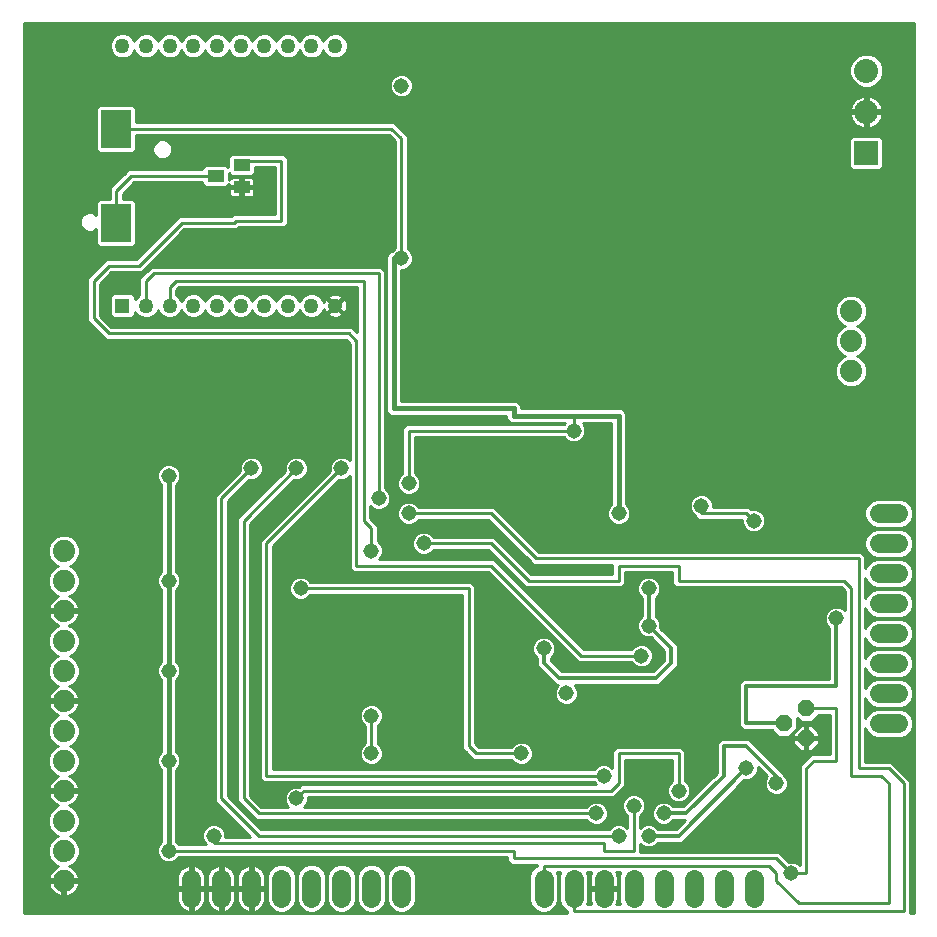
<source format=gbl>
G75*
G70*
%OFA0B0*%
%FSLAX24Y24*%
%IPPOS*%
%LPD*%
%AMOC8*
5,1,8,0,0,1.08239X$1,22.5*
%
%ADD10R,0.0500X0.0500*%
%ADD11C,0.0500*%
%ADD12C,0.0640*%
%ADD13R,0.0984X0.1260*%
%ADD14R,0.0551X0.0394*%
%ADD15C,0.0740*%
%ADD16OC8,0.0560*%
%ADD17R,0.0800X0.0800*%
%ADD18C,0.0800*%
%ADD19C,0.0100*%
%ADD20C,0.0515*%
%ADD21C,0.0160*%
%ADD22C,0.0120*%
D10*
X003608Y020873D03*
D11*
X004395Y020873D03*
X005183Y020873D03*
X005970Y020873D03*
X006757Y020873D03*
X007545Y020873D03*
X008332Y020873D03*
X009120Y020873D03*
X009907Y020873D03*
X010694Y020873D03*
X010694Y029534D03*
X009907Y029534D03*
X009120Y029534D03*
X008332Y029534D03*
X007545Y029534D03*
X006757Y029534D03*
X005970Y029534D03*
X005183Y029534D03*
X004395Y029534D03*
X003608Y029534D03*
D12*
X028831Y013954D02*
X029471Y013954D01*
X029471Y012954D02*
X028831Y012954D01*
X028831Y011954D02*
X029471Y011954D01*
X029471Y010954D02*
X028831Y010954D01*
X028831Y009954D02*
X029471Y009954D01*
X029471Y008954D02*
X028831Y008954D01*
X028831Y007954D02*
X029471Y007954D01*
X029471Y006954D02*
X028831Y006954D01*
X024651Y001774D02*
X024651Y001134D01*
X023651Y001134D02*
X023651Y001774D01*
X022651Y001774D02*
X022651Y001134D01*
X021651Y001134D02*
X021651Y001774D01*
X020651Y001774D02*
X020651Y001134D01*
X019651Y001134D02*
X019651Y001774D01*
X018651Y001774D02*
X018651Y001134D01*
X017651Y001134D02*
X017651Y001774D01*
X012901Y001774D02*
X012901Y001134D01*
X011901Y001134D02*
X011901Y001774D01*
X010901Y001774D02*
X010901Y001134D01*
X009901Y001134D02*
X009901Y001774D01*
X008901Y001774D02*
X008901Y001134D01*
X007901Y001134D02*
X007901Y001774D01*
X006901Y001774D02*
X006901Y001134D01*
X005901Y001134D02*
X005901Y001774D01*
D13*
X003401Y023629D03*
X003401Y026778D03*
D14*
X006718Y025204D03*
X007584Y025578D03*
X007584Y024830D03*
D15*
X001651Y012704D03*
X001651Y011704D03*
X001651Y010704D03*
X001651Y009704D03*
X001651Y008704D03*
X001651Y007704D03*
X001651Y006704D03*
X001651Y005704D03*
X001651Y004704D03*
X001651Y003704D03*
X001651Y002704D03*
X001651Y001704D03*
X027901Y018704D03*
X027901Y019704D03*
X027901Y020704D03*
D16*
X026401Y007454D03*
X025651Y006954D03*
X026401Y006454D03*
D17*
X028401Y025954D03*
D18*
X028401Y027331D03*
X028401Y028709D03*
D19*
X000321Y030284D02*
X000321Y000624D01*
X018431Y000624D01*
X018431Y000694D01*
X018374Y000718D01*
X018236Y000856D01*
X018161Y001036D01*
X018161Y001871D01*
X018208Y001984D01*
X018094Y001984D01*
X018141Y001871D01*
X018141Y001036D01*
X018067Y000856D01*
X017929Y000718D01*
X017749Y000644D01*
X017554Y000644D01*
X017374Y000718D01*
X017236Y000856D01*
X017161Y001036D01*
X017161Y001871D01*
X017236Y002051D01*
X017374Y002189D01*
X017431Y002213D01*
X017431Y002234D01*
X016560Y002234D01*
X016431Y002362D01*
X016431Y002484D01*
X005479Y002484D01*
X005371Y002375D01*
X005228Y002316D01*
X005074Y002316D01*
X004932Y002375D01*
X004823Y002484D01*
X004764Y002626D01*
X004764Y002781D01*
X004823Y002923D01*
X004901Y003001D01*
X004901Y005406D01*
X004823Y005484D01*
X004764Y005626D01*
X004764Y005781D01*
X004823Y005923D01*
X004901Y006001D01*
X004901Y008406D01*
X004823Y008484D01*
X004764Y008626D01*
X004764Y008781D01*
X004823Y008923D01*
X004901Y009001D01*
X004901Y011406D01*
X004823Y011484D01*
X004764Y011626D01*
X004764Y011781D01*
X004823Y011923D01*
X004901Y012001D01*
X004901Y014906D01*
X004823Y014984D01*
X004764Y015126D01*
X004764Y015281D01*
X004823Y015423D01*
X004932Y015532D01*
X005074Y015591D01*
X005228Y015591D01*
X005371Y015532D01*
X005480Y015423D01*
X005539Y015281D01*
X005539Y015126D01*
X005480Y014984D01*
X005401Y014906D01*
X005401Y012001D01*
X005480Y011923D01*
X005539Y011781D01*
X005539Y011626D01*
X005480Y011484D01*
X005401Y011406D01*
X005401Y009001D01*
X005480Y008923D01*
X005539Y008781D01*
X005539Y008626D01*
X005480Y008484D01*
X005401Y008406D01*
X005401Y006001D01*
X005480Y005923D01*
X005539Y005781D01*
X005539Y005626D01*
X005480Y005484D01*
X005401Y005406D01*
X005401Y003001D01*
X005479Y002924D01*
X006383Y002924D01*
X006323Y002984D01*
X006264Y003126D01*
X006264Y003281D01*
X006323Y003423D01*
X006432Y003532D01*
X006574Y003591D01*
X006728Y003591D01*
X006871Y003532D01*
X006980Y003423D01*
X007039Y003281D01*
X007039Y003174D01*
X007870Y003174D01*
X006810Y004234D01*
X006681Y004362D01*
X006681Y014362D01*
X006681Y014545D01*
X007514Y015377D01*
X007514Y015531D01*
X005372Y015531D01*
X005471Y015432D02*
X007514Y015432D01*
X007514Y015531D02*
X007573Y015673D01*
X007682Y015782D01*
X007824Y015841D01*
X007978Y015841D01*
X008121Y015782D01*
X008230Y015673D01*
X008289Y015531D01*
X009014Y015531D01*
X009014Y015377D01*
X007431Y013795D01*
X007431Y013612D01*
X007431Y004362D01*
X007560Y004234D01*
X008060Y003734D01*
X008242Y003734D01*
X019073Y003734D01*
X019182Y003625D01*
X019324Y003566D01*
X019478Y003566D01*
X019621Y003625D01*
X019730Y003734D01*
X019789Y003876D01*
X019789Y004031D01*
X019730Y004173D01*
X019621Y004282D01*
X019478Y004341D01*
X019324Y004341D01*
X019182Y004282D01*
X019073Y004174D01*
X009669Y004174D01*
X009730Y004234D01*
X009789Y004376D01*
X009789Y004484D01*
X019810Y004484D01*
X019992Y004484D01*
X020242Y004734D01*
X020371Y004862D01*
X020371Y005734D01*
X021931Y005734D01*
X021931Y005031D01*
X021823Y004923D01*
X021764Y004781D01*
X021764Y004626D01*
X021823Y004484D01*
X021932Y004375D01*
X022074Y004316D01*
X022228Y004316D01*
X022371Y004375D01*
X022480Y004484D01*
X022539Y004626D01*
X022539Y004781D01*
X022480Y004923D01*
X022371Y005031D01*
X022371Y006045D01*
X022242Y006174D01*
X022060Y006174D01*
X020060Y006174D01*
X019931Y006045D01*
X019931Y005862D01*
X019931Y005471D01*
X019871Y005532D01*
X019728Y005591D01*
X019574Y005591D01*
X019432Y005532D01*
X019323Y005424D01*
X008621Y005424D01*
X008621Y012862D01*
X010825Y015066D01*
X010978Y015066D01*
X011121Y015125D01*
X011181Y015186D01*
X011181Y012295D01*
X011181Y012112D01*
X011310Y011984D01*
X015810Y011984D01*
X018810Y008984D01*
X018992Y008984D01*
X020573Y008984D01*
X020682Y008875D01*
X020824Y008816D01*
X020978Y008816D01*
X021121Y008875D01*
X021230Y008984D01*
X021289Y009126D01*
X021289Y009281D01*
X021230Y009423D01*
X021121Y009532D01*
X020978Y009591D01*
X020824Y009591D01*
X020682Y009532D01*
X020573Y009424D01*
X018992Y009424D01*
X015992Y012424D01*
X015810Y012424D01*
X012169Y012424D01*
X012230Y012484D01*
X012289Y012626D01*
X012289Y012781D01*
X012230Y012923D01*
X012121Y013031D01*
X012121Y013545D01*
X011992Y013674D01*
X011871Y013795D01*
X011871Y014186D01*
X011932Y014125D01*
X012074Y014066D01*
X012228Y014066D01*
X012371Y014125D01*
X012480Y014234D01*
X012539Y014376D01*
X012539Y014531D01*
X012480Y014673D01*
X012371Y014781D01*
X012371Y022045D01*
X012242Y022174D01*
X012060Y022174D01*
X004560Y022174D01*
X004431Y022045D01*
X004175Y021789D01*
X004175Y021606D01*
X004175Y021236D01*
X004157Y021229D01*
X004039Y021111D01*
X004028Y021083D01*
X004028Y021193D01*
X003928Y021293D01*
X003287Y021293D01*
X003188Y021193D01*
X003188Y020552D01*
X003287Y020453D01*
X003928Y020453D01*
X004028Y020552D01*
X004028Y020662D01*
X004039Y020635D01*
X004157Y020517D01*
X004312Y020453D01*
X004479Y020453D01*
X004633Y020517D01*
X004751Y020635D01*
X004789Y020726D01*
X004827Y020635D01*
X004945Y020517D01*
X005099Y020453D01*
X005266Y020453D01*
X005421Y020517D01*
X005539Y020635D01*
X005576Y020726D01*
X005614Y020635D01*
X005732Y020517D01*
X005886Y020453D01*
X006054Y020453D01*
X006208Y020517D01*
X006326Y020635D01*
X006364Y020726D01*
X006401Y020635D01*
X006520Y020517D01*
X006674Y020453D01*
X006841Y020453D01*
X006995Y020517D01*
X007114Y020635D01*
X007151Y020726D01*
X007189Y020635D01*
X007307Y020517D01*
X007461Y020453D01*
X007628Y020453D01*
X007783Y020517D01*
X007901Y020635D01*
X007939Y020726D01*
X007976Y020635D01*
X008094Y020517D01*
X008249Y020453D01*
X008416Y020453D01*
X008570Y020517D01*
X008688Y020635D01*
X008726Y020726D01*
X008764Y020635D01*
X008882Y020517D01*
X009036Y020453D01*
X009203Y020453D01*
X009358Y020517D01*
X009476Y020635D01*
X009513Y020726D01*
X009551Y020635D01*
X009669Y020517D01*
X009824Y020453D01*
X009991Y020453D01*
X010145Y020517D01*
X010263Y020635D01*
X010312Y020752D01*
X010340Y020683D01*
X010384Y020618D01*
X010401Y020601D01*
X010673Y020873D01*
X010401Y021145D01*
X010384Y021128D01*
X010340Y021062D01*
X010312Y020994D01*
X010263Y021111D01*
X010145Y021229D01*
X009991Y021293D01*
X009824Y021293D01*
X009669Y021229D01*
X009551Y021111D01*
X009513Y021020D01*
X009476Y021111D01*
X009358Y021229D01*
X009203Y021293D01*
X009036Y021293D01*
X008882Y021229D01*
X008764Y021111D01*
X008726Y021020D01*
X008688Y021111D01*
X008570Y021229D01*
X008416Y021293D01*
X008249Y021293D01*
X008094Y021229D01*
X007976Y021111D01*
X007939Y021020D01*
X007901Y021111D01*
X007783Y021229D01*
X007628Y021293D01*
X007461Y021293D01*
X007307Y021229D01*
X007189Y021111D01*
X007151Y021020D01*
X007114Y021111D01*
X006995Y021229D01*
X006841Y021293D01*
X006674Y021293D01*
X006520Y021229D01*
X006401Y021111D01*
X006364Y021020D01*
X006326Y021111D01*
X006208Y021229D01*
X006054Y021293D01*
X005886Y021293D01*
X005732Y021229D01*
X005614Y021111D01*
X005576Y021020D01*
X005539Y021111D01*
X005421Y021229D01*
X005403Y021236D01*
X005403Y021394D01*
X005492Y021484D01*
X011431Y021484D01*
X011431Y019985D01*
X011242Y020174D01*
X011060Y020174D01*
X003242Y020174D01*
X002871Y020545D01*
X002871Y021612D01*
X003242Y021984D01*
X004242Y021984D01*
X004371Y022112D01*
X005675Y023417D01*
X007243Y023417D01*
X007425Y023417D01*
X007492Y023484D01*
X008810Y023484D01*
X008992Y023484D01*
X009121Y023612D01*
X009121Y025612D01*
X009121Y025795D01*
X008992Y025924D01*
X007951Y025924D01*
X007930Y025944D01*
X007238Y025944D01*
X007139Y025845D01*
X007139Y025496D01*
X007064Y025570D01*
X006372Y025570D01*
X006273Y025471D01*
X006273Y025424D01*
X003810Y025424D01*
X003681Y025295D01*
X003681Y025295D01*
X003310Y024924D01*
X003181Y024795D01*
X003181Y024429D01*
X002839Y024429D01*
X002739Y024329D01*
X002739Y023907D01*
X002701Y023946D01*
X002580Y023996D01*
X002450Y023996D01*
X002330Y023946D01*
X002238Y023854D01*
X002188Y023733D01*
X002188Y023603D01*
X002238Y023483D01*
X002330Y023390D01*
X002450Y023341D01*
X002580Y023341D01*
X002701Y023390D01*
X002739Y023429D01*
X002739Y022928D01*
X002839Y022829D01*
X003964Y022829D01*
X004063Y022928D01*
X004063Y024329D01*
X003964Y024429D01*
X003621Y024429D01*
X003621Y024612D01*
X003992Y024984D01*
X006273Y024984D01*
X006273Y024936D01*
X006372Y024837D01*
X007064Y024837D01*
X007159Y024931D01*
X007159Y024878D01*
X007536Y024878D01*
X007536Y025176D01*
X007289Y025176D01*
X007251Y025166D01*
X007217Y025146D01*
X007189Y025118D01*
X007169Y025084D01*
X007164Y025065D01*
X007164Y025285D01*
X007238Y025211D01*
X007930Y025211D01*
X008030Y025310D01*
X008030Y025484D01*
X008681Y025484D01*
X008681Y023924D01*
X007310Y023924D01*
X007243Y023857D01*
X005675Y023857D01*
X005493Y023857D01*
X004060Y022424D01*
X003242Y022424D01*
X003060Y022424D01*
X002560Y021924D01*
X002431Y021795D01*
X002431Y020545D01*
X002431Y020362D01*
X002931Y019862D01*
X003060Y019734D01*
X011060Y019734D01*
X011181Y019612D01*
X011181Y015721D01*
X011121Y015782D01*
X010978Y015841D01*
X010824Y015841D01*
X010682Y015782D01*
X010573Y015673D01*
X010514Y015531D01*
X009789Y015531D01*
X009730Y015673D01*
X009621Y015782D01*
X009478Y015841D01*
X009324Y015841D01*
X009182Y015782D01*
X009073Y015673D01*
X009014Y015531D01*
X009014Y015432D02*
X008289Y015432D01*
X008289Y015376D02*
X008289Y015531D01*
X008248Y015629D02*
X009055Y015629D01*
X009127Y015728D02*
X008175Y015728D01*
X008014Y015826D02*
X009289Y015826D01*
X009514Y015826D02*
X010789Y015826D01*
X010627Y015728D02*
X009675Y015728D01*
X009748Y015629D02*
X010555Y015629D01*
X010514Y015531D02*
X010514Y015377D01*
X008181Y013045D01*
X008181Y012862D01*
X008181Y005295D01*
X008181Y005112D01*
X008310Y004984D01*
X019323Y004984D01*
X019383Y004924D01*
X009560Y004924D01*
X009478Y004841D01*
X009324Y004841D01*
X009182Y004782D01*
X009073Y004673D01*
X009014Y004531D01*
X009014Y004376D01*
X009073Y004234D01*
X009133Y004174D01*
X008242Y004174D01*
X007871Y004545D01*
X007871Y013612D01*
X009325Y015066D01*
X009478Y015066D01*
X009621Y015125D01*
X009730Y015234D01*
X009789Y015376D01*
X009789Y015531D01*
X009789Y015432D02*
X010514Y015432D01*
X010470Y015334D02*
X009771Y015334D01*
X009730Y015235D02*
X010372Y015235D01*
X010273Y015136D02*
X009632Y015136D01*
X009297Y015038D02*
X010174Y015038D01*
X010076Y014939D02*
X009198Y014939D01*
X009100Y014841D02*
X009977Y014841D01*
X009879Y014742D02*
X009001Y014742D01*
X008903Y014644D02*
X009780Y014644D01*
X009682Y014545D02*
X008804Y014545D01*
X008705Y014447D02*
X009583Y014447D01*
X009485Y014348D02*
X008607Y014348D01*
X008508Y014250D02*
X009386Y014250D01*
X009288Y014151D02*
X008410Y014151D01*
X008311Y014053D02*
X009189Y014053D01*
X009091Y013954D02*
X008213Y013954D01*
X008114Y013855D02*
X008992Y013855D01*
X008893Y013757D02*
X008016Y013757D01*
X007917Y013658D02*
X008795Y013658D01*
X008696Y013560D02*
X007871Y013560D01*
X007871Y013461D02*
X008598Y013461D01*
X008499Y013363D02*
X007871Y013363D01*
X007871Y013264D02*
X008401Y013264D01*
X008302Y013166D02*
X007871Y013166D01*
X007871Y013067D02*
X008204Y013067D01*
X008181Y012969D02*
X007871Y012969D01*
X007871Y012870D02*
X008181Y012870D01*
X008181Y012771D02*
X007871Y012771D01*
X007871Y012673D02*
X008181Y012673D01*
X008181Y012574D02*
X007871Y012574D01*
X007871Y012476D02*
X008181Y012476D01*
X008181Y012377D02*
X007871Y012377D01*
X007871Y012279D02*
X008181Y012279D01*
X008181Y012180D02*
X007871Y012180D01*
X007871Y012082D02*
X008181Y012082D01*
X008181Y011983D02*
X007871Y011983D01*
X007871Y011885D02*
X008181Y011885D01*
X008181Y011786D02*
X007871Y011786D01*
X007871Y011687D02*
X008181Y011687D01*
X008181Y011589D02*
X007871Y011589D01*
X007871Y011490D02*
X008181Y011490D01*
X008181Y011392D02*
X007871Y011392D01*
X007871Y011293D02*
X008181Y011293D01*
X008181Y011195D02*
X007871Y011195D01*
X007871Y011096D02*
X008181Y011096D01*
X008181Y010998D02*
X007871Y010998D01*
X007871Y010899D02*
X008181Y010899D01*
X008181Y010801D02*
X007871Y010801D01*
X007871Y010702D02*
X008181Y010702D01*
X008181Y010604D02*
X007871Y010604D01*
X007871Y010505D02*
X008181Y010505D01*
X008181Y010406D02*
X007871Y010406D01*
X007871Y010308D02*
X008181Y010308D01*
X008181Y010209D02*
X007871Y010209D01*
X007871Y010111D02*
X008181Y010111D01*
X008181Y010012D02*
X007871Y010012D01*
X007871Y009914D02*
X008181Y009914D01*
X008181Y009815D02*
X007871Y009815D01*
X007871Y009717D02*
X008181Y009717D01*
X008181Y009618D02*
X007871Y009618D01*
X007871Y009520D02*
X008181Y009520D01*
X008181Y009421D02*
X007871Y009421D01*
X007871Y009322D02*
X008181Y009322D01*
X008181Y009224D02*
X007871Y009224D01*
X007871Y009125D02*
X008181Y009125D01*
X008181Y009027D02*
X007871Y009027D01*
X007871Y008928D02*
X008181Y008928D01*
X008181Y008830D02*
X007871Y008830D01*
X007871Y008731D02*
X008181Y008731D01*
X008181Y008633D02*
X007871Y008633D01*
X007871Y008534D02*
X008181Y008534D01*
X008181Y008436D02*
X007871Y008436D01*
X007871Y008337D02*
X008181Y008337D01*
X008181Y008238D02*
X007871Y008238D01*
X007871Y008140D02*
X008181Y008140D01*
X008181Y008041D02*
X007871Y008041D01*
X007871Y007943D02*
X008181Y007943D01*
X008181Y007844D02*
X007871Y007844D01*
X007871Y007746D02*
X008181Y007746D01*
X008181Y007647D02*
X007871Y007647D01*
X007871Y007549D02*
X008181Y007549D01*
X008181Y007450D02*
X007871Y007450D01*
X007871Y007352D02*
X008181Y007352D01*
X008181Y007253D02*
X007871Y007253D01*
X007871Y007154D02*
X008181Y007154D01*
X008181Y007056D02*
X007871Y007056D01*
X007871Y006957D02*
X008181Y006957D01*
X008181Y006859D02*
X007871Y006859D01*
X007871Y006760D02*
X008181Y006760D01*
X008181Y006662D02*
X007871Y006662D01*
X007871Y006563D02*
X008181Y006563D01*
X008181Y006465D02*
X007871Y006465D01*
X007871Y006366D02*
X008181Y006366D01*
X008181Y006268D02*
X007871Y006268D01*
X007871Y006169D02*
X008181Y006169D01*
X008181Y006071D02*
X007871Y006071D01*
X007871Y005972D02*
X008181Y005972D01*
X008181Y005873D02*
X007871Y005873D01*
X007871Y005775D02*
X008181Y005775D01*
X008181Y005676D02*
X007871Y005676D01*
X007871Y005578D02*
X008181Y005578D01*
X008181Y005479D02*
X007871Y005479D01*
X007871Y005381D02*
X008181Y005381D01*
X008181Y005282D02*
X007871Y005282D01*
X007871Y005184D02*
X008181Y005184D01*
X008209Y005085D02*
X007871Y005085D01*
X007871Y004987D02*
X008307Y004987D01*
X008401Y005204D02*
X019651Y005204D01*
X019379Y005479D02*
X008621Y005479D01*
X008621Y005578D02*
X011796Y005578D01*
X011824Y005566D02*
X011978Y005566D01*
X012121Y005625D01*
X012230Y005734D01*
X012289Y005876D01*
X012289Y006031D01*
X012230Y006173D01*
X012121Y006281D01*
X012121Y006876D01*
X012230Y006984D01*
X012289Y007126D01*
X012289Y007281D01*
X012230Y007423D01*
X012121Y007532D01*
X011978Y007591D01*
X011824Y007591D01*
X011682Y007532D01*
X011573Y007423D01*
X011514Y007281D01*
X011514Y007126D01*
X011573Y006984D01*
X011681Y006876D01*
X011681Y006281D01*
X011573Y006173D01*
X011514Y006031D01*
X011514Y005876D01*
X011573Y005734D01*
X011682Y005625D01*
X011824Y005566D01*
X012007Y005578D02*
X016796Y005578D01*
X016824Y005566D02*
X016978Y005566D01*
X017121Y005625D01*
X017230Y005734D01*
X017289Y005876D01*
X017289Y006031D01*
X017230Y006173D01*
X017121Y006282D01*
X016978Y006341D01*
X016824Y006341D01*
X016682Y006282D01*
X016573Y006174D01*
X015492Y006174D01*
X015371Y006295D01*
X015371Y011362D01*
X015371Y011545D01*
X015242Y011674D01*
X009875Y011674D01*
X009766Y011782D01*
X009624Y011841D01*
X009470Y011841D01*
X009327Y011782D01*
X009218Y011673D01*
X009159Y011531D01*
X009159Y011376D01*
X009218Y011234D01*
X009327Y011125D01*
X009470Y011066D01*
X009624Y011066D01*
X009766Y011125D01*
X009875Y011234D01*
X014931Y011234D01*
X014931Y006112D01*
X015060Y005984D01*
X015310Y005734D01*
X015492Y005734D01*
X016573Y005734D01*
X016682Y005625D01*
X016824Y005566D01*
X017007Y005578D02*
X019542Y005578D01*
X019760Y005578D02*
X019931Y005578D01*
X019931Y005676D02*
X017172Y005676D01*
X017247Y005775D02*
X019931Y005775D01*
X019931Y005873D02*
X017287Y005873D01*
X017289Y005972D02*
X019931Y005972D01*
X019957Y006071D02*
X017272Y006071D01*
X017231Y006169D02*
X020056Y006169D01*
X020151Y005954D02*
X022151Y005954D01*
X022151Y004704D01*
X021886Y004987D02*
X020371Y004987D01*
X020371Y005085D02*
X021931Y005085D01*
X021931Y005184D02*
X020371Y005184D01*
X020371Y005282D02*
X021931Y005282D01*
X021931Y005381D02*
X020371Y005381D01*
X020371Y005479D02*
X021931Y005479D01*
X021931Y005578D02*
X020371Y005578D01*
X020371Y005676D02*
X021931Y005676D01*
X022345Y006071D02*
X023421Y006071D01*
X023421Y006108D02*
X023421Y005299D01*
X022306Y004184D01*
X021969Y004184D01*
X021871Y004282D01*
X021728Y004341D01*
X021574Y004341D01*
X021432Y004282D01*
X021323Y004173D01*
X021264Y004031D01*
X021264Y003876D01*
X021323Y003734D01*
X021432Y003625D01*
X021574Y003566D01*
X021728Y003566D01*
X021871Y003625D01*
X021969Y003724D01*
X022306Y003724D01*
X022346Y003724D01*
X022056Y003434D01*
X021469Y003434D01*
X021371Y003532D01*
X021228Y003591D01*
X021074Y003591D01*
X020932Y003532D01*
X020871Y003471D01*
X020871Y003876D01*
X020980Y003984D01*
X021039Y004126D01*
X021039Y004281D01*
X020980Y004423D01*
X020871Y004532D01*
X020728Y004591D01*
X020574Y004591D01*
X020432Y004532D01*
X020323Y004423D01*
X020264Y004281D01*
X020264Y004126D01*
X020323Y003984D01*
X020431Y003876D01*
X020431Y003471D01*
X020371Y003532D01*
X020228Y003591D01*
X020074Y003591D01*
X019932Y003532D01*
X019823Y003424D01*
X008242Y003424D01*
X007121Y004545D01*
X007121Y014362D01*
X007825Y015066D01*
X007978Y015066D01*
X008121Y015125D01*
X008230Y015234D01*
X008289Y015376D01*
X008271Y015334D02*
X008970Y015334D01*
X008872Y015235D02*
X008230Y015235D01*
X008132Y015136D02*
X008773Y015136D01*
X008674Y015038D02*
X007797Y015038D01*
X007698Y014939D02*
X008576Y014939D01*
X008477Y014841D02*
X007600Y014841D01*
X007501Y014742D02*
X008379Y014742D01*
X008280Y014644D02*
X007403Y014644D01*
X007304Y014545D02*
X008182Y014545D01*
X008083Y014447D02*
X007205Y014447D01*
X007121Y014348D02*
X007985Y014348D01*
X007886Y014250D02*
X007121Y014250D01*
X007121Y014151D02*
X007788Y014151D01*
X007689Y014053D02*
X007121Y014053D01*
X007121Y013954D02*
X007591Y013954D01*
X007492Y013855D02*
X007121Y013855D01*
X007121Y013757D02*
X007431Y013757D01*
X007431Y013658D02*
X007121Y013658D01*
X007121Y013560D02*
X007431Y013560D01*
X007431Y013461D02*
X007121Y013461D01*
X007121Y013363D02*
X007431Y013363D01*
X007431Y013264D02*
X007121Y013264D01*
X007121Y013166D02*
X007431Y013166D01*
X007431Y013067D02*
X007121Y013067D01*
X007121Y012969D02*
X007431Y012969D01*
X007431Y012870D02*
X007121Y012870D01*
X007121Y012771D02*
X007431Y012771D01*
X007431Y012673D02*
X007121Y012673D01*
X007121Y012574D02*
X007431Y012574D01*
X007431Y012476D02*
X007121Y012476D01*
X007121Y012377D02*
X007431Y012377D01*
X007431Y012279D02*
X007121Y012279D01*
X007121Y012180D02*
X007431Y012180D01*
X007431Y012082D02*
X007121Y012082D01*
X007121Y011983D02*
X007431Y011983D01*
X007431Y011885D02*
X007121Y011885D01*
X007121Y011786D02*
X007431Y011786D01*
X007431Y011687D02*
X007121Y011687D01*
X007121Y011589D02*
X007431Y011589D01*
X007431Y011490D02*
X007121Y011490D01*
X007121Y011392D02*
X007431Y011392D01*
X007431Y011293D02*
X007121Y011293D01*
X007121Y011195D02*
X007431Y011195D01*
X007431Y011096D02*
X007121Y011096D01*
X007121Y010998D02*
X007431Y010998D01*
X007431Y010899D02*
X007121Y010899D01*
X007121Y010801D02*
X007431Y010801D01*
X007431Y010702D02*
X007121Y010702D01*
X007121Y010604D02*
X007431Y010604D01*
X007431Y010505D02*
X007121Y010505D01*
X007121Y010406D02*
X007431Y010406D01*
X007431Y010308D02*
X007121Y010308D01*
X007121Y010209D02*
X007431Y010209D01*
X007431Y010111D02*
X007121Y010111D01*
X007121Y010012D02*
X007431Y010012D01*
X007431Y009914D02*
X007121Y009914D01*
X007121Y009815D02*
X007431Y009815D01*
X007431Y009717D02*
X007121Y009717D01*
X007121Y009618D02*
X007431Y009618D01*
X007431Y009520D02*
X007121Y009520D01*
X007121Y009421D02*
X007431Y009421D01*
X007431Y009322D02*
X007121Y009322D01*
X007121Y009224D02*
X007431Y009224D01*
X007431Y009125D02*
X007121Y009125D01*
X007121Y009027D02*
X007431Y009027D01*
X007431Y008928D02*
X007121Y008928D01*
X007121Y008830D02*
X007431Y008830D01*
X007431Y008731D02*
X007121Y008731D01*
X007121Y008633D02*
X007431Y008633D01*
X007431Y008534D02*
X007121Y008534D01*
X007121Y008436D02*
X007431Y008436D01*
X007431Y008337D02*
X007121Y008337D01*
X007121Y008238D02*
X007431Y008238D01*
X007431Y008140D02*
X007121Y008140D01*
X007121Y008041D02*
X007431Y008041D01*
X007431Y007943D02*
X007121Y007943D01*
X007121Y007844D02*
X007431Y007844D01*
X007431Y007746D02*
X007121Y007746D01*
X007121Y007647D02*
X007431Y007647D01*
X007431Y007549D02*
X007121Y007549D01*
X007121Y007450D02*
X007431Y007450D01*
X007431Y007352D02*
X007121Y007352D01*
X007121Y007253D02*
X007431Y007253D01*
X007431Y007154D02*
X007121Y007154D01*
X007121Y007056D02*
X007431Y007056D01*
X007431Y006957D02*
X007121Y006957D01*
X007121Y006859D02*
X007431Y006859D01*
X007431Y006760D02*
X007121Y006760D01*
X007121Y006662D02*
X007431Y006662D01*
X007431Y006563D02*
X007121Y006563D01*
X007121Y006465D02*
X007431Y006465D01*
X007431Y006366D02*
X007121Y006366D01*
X007121Y006268D02*
X007431Y006268D01*
X007431Y006169D02*
X007121Y006169D01*
X007121Y006071D02*
X007431Y006071D01*
X007431Y005972D02*
X007121Y005972D01*
X007121Y005873D02*
X007431Y005873D01*
X007431Y005775D02*
X007121Y005775D01*
X007121Y005676D02*
X007431Y005676D01*
X007431Y005578D02*
X007121Y005578D01*
X007121Y005479D02*
X007431Y005479D01*
X007431Y005381D02*
X007121Y005381D01*
X007121Y005282D02*
X007431Y005282D01*
X007431Y005184D02*
X007121Y005184D01*
X007121Y005085D02*
X007431Y005085D01*
X007431Y004987D02*
X007121Y004987D01*
X007121Y004888D02*
X007431Y004888D01*
X007431Y004789D02*
X007121Y004789D01*
X007121Y004691D02*
X007431Y004691D01*
X007431Y004592D02*
X007121Y004592D01*
X007172Y004494D02*
X007431Y004494D01*
X007431Y004395D02*
X007271Y004395D01*
X007369Y004297D02*
X007497Y004297D01*
X007468Y004198D02*
X007595Y004198D01*
X007566Y004100D02*
X007694Y004100D01*
X007665Y004001D02*
X007792Y004001D01*
X007763Y003903D02*
X007891Y003903D01*
X007862Y003804D02*
X007990Y003804D01*
X007960Y003705D02*
X019101Y003705D01*
X019225Y003607D02*
X008059Y003607D01*
X008157Y003508D02*
X019908Y003508D01*
X019701Y003705D02*
X020431Y003705D01*
X020431Y003607D02*
X019577Y003607D01*
X019759Y003804D02*
X020431Y003804D01*
X020404Y003903D02*
X019789Y003903D01*
X019789Y004001D02*
X020316Y004001D01*
X020275Y004100D02*
X019760Y004100D01*
X019704Y004198D02*
X020264Y004198D01*
X020270Y004297D02*
X019585Y004297D01*
X019217Y004297D02*
X009756Y004297D01*
X009789Y004395D02*
X020311Y004395D01*
X020394Y004494D02*
X020003Y004494D01*
X020101Y004592D02*
X021778Y004592D01*
X021764Y004691D02*
X020200Y004691D01*
X020298Y004789D02*
X021767Y004789D01*
X021808Y004888D02*
X020371Y004888D01*
X020151Y004954D02*
X020151Y005954D01*
X019931Y005479D02*
X019923Y005479D01*
X020151Y004954D02*
X019901Y004704D01*
X009651Y004704D01*
X009401Y004454D01*
X009039Y004592D02*
X007871Y004592D01*
X007871Y004691D02*
X009091Y004691D01*
X009200Y004789D02*
X007871Y004789D01*
X007871Y004888D02*
X009525Y004888D01*
X009014Y004494D02*
X007922Y004494D01*
X008021Y004395D02*
X009014Y004395D01*
X009047Y004297D02*
X008119Y004297D01*
X008218Y004198D02*
X009109Y004198D01*
X009694Y004198D02*
X019098Y004198D01*
X019401Y003954D02*
X008151Y003954D01*
X007651Y004454D01*
X007651Y013704D01*
X009401Y015454D01*
X010304Y014545D02*
X011181Y014545D01*
X011181Y014447D02*
X010205Y014447D01*
X010107Y014348D02*
X011181Y014348D01*
X011181Y014250D02*
X010008Y014250D01*
X009910Y014151D02*
X011181Y014151D01*
X011181Y014053D02*
X009811Y014053D01*
X009713Y013954D02*
X011181Y013954D01*
X011181Y013855D02*
X009614Y013855D01*
X009516Y013757D02*
X011181Y013757D01*
X011181Y013658D02*
X009417Y013658D01*
X009319Y013560D02*
X011181Y013560D01*
X011181Y013461D02*
X009220Y013461D01*
X009121Y013363D02*
X011181Y013363D01*
X011181Y013264D02*
X009023Y013264D01*
X008924Y013166D02*
X011181Y013166D01*
X011181Y013067D02*
X008826Y013067D01*
X008727Y012969D02*
X011181Y012969D01*
X011181Y012870D02*
X008629Y012870D01*
X008621Y012771D02*
X011181Y012771D01*
X011181Y012673D02*
X008621Y012673D01*
X008621Y012574D02*
X011181Y012574D01*
X011181Y012476D02*
X008621Y012476D01*
X008621Y012377D02*
X011181Y012377D01*
X011181Y012279D02*
X008621Y012279D01*
X008621Y012180D02*
X011181Y012180D01*
X011212Y012082D02*
X008621Y012082D01*
X008621Y011983D02*
X015810Y011983D01*
X015909Y011885D02*
X008621Y011885D01*
X008621Y011786D02*
X009337Y011786D01*
X009233Y011687D02*
X008621Y011687D01*
X008621Y011589D02*
X009184Y011589D01*
X009159Y011490D02*
X008621Y011490D01*
X008621Y011392D02*
X009159Y011392D01*
X009194Y011293D02*
X008621Y011293D01*
X008621Y011195D02*
X009258Y011195D01*
X009397Y011096D02*
X008621Y011096D01*
X008621Y010998D02*
X014931Y010998D01*
X014931Y011096D02*
X009697Y011096D01*
X009836Y011195D02*
X014931Y011195D01*
X014931Y010899D02*
X008621Y010899D01*
X008621Y010801D02*
X014931Y010801D01*
X014931Y010702D02*
X008621Y010702D01*
X008621Y010604D02*
X014931Y010604D01*
X014931Y010505D02*
X008621Y010505D01*
X008621Y010406D02*
X014931Y010406D01*
X014931Y010308D02*
X008621Y010308D01*
X008621Y010209D02*
X014931Y010209D01*
X014931Y010111D02*
X008621Y010111D01*
X008621Y010012D02*
X014931Y010012D01*
X014931Y009914D02*
X008621Y009914D01*
X008621Y009815D02*
X014931Y009815D01*
X014931Y009717D02*
X008621Y009717D01*
X008621Y009618D02*
X014931Y009618D01*
X014931Y009520D02*
X008621Y009520D01*
X008621Y009421D02*
X014931Y009421D01*
X014931Y009322D02*
X008621Y009322D01*
X008621Y009224D02*
X014931Y009224D01*
X014931Y009125D02*
X008621Y009125D01*
X008621Y009027D02*
X014931Y009027D01*
X014931Y008928D02*
X008621Y008928D01*
X008621Y008830D02*
X014931Y008830D01*
X014931Y008731D02*
X008621Y008731D01*
X008621Y008633D02*
X014931Y008633D01*
X014931Y008534D02*
X008621Y008534D01*
X008621Y008436D02*
X014931Y008436D01*
X014931Y008337D02*
X008621Y008337D01*
X008621Y008238D02*
X014931Y008238D01*
X014931Y008140D02*
X008621Y008140D01*
X008621Y008041D02*
X014931Y008041D01*
X014931Y007943D02*
X008621Y007943D01*
X008621Y007844D02*
X014931Y007844D01*
X014931Y007746D02*
X008621Y007746D01*
X008621Y007647D02*
X014931Y007647D01*
X014931Y007549D02*
X012080Y007549D01*
X012203Y007450D02*
X014931Y007450D01*
X014931Y007352D02*
X012259Y007352D01*
X012289Y007253D02*
X014931Y007253D01*
X014931Y007154D02*
X012289Y007154D01*
X012259Y007056D02*
X014931Y007056D01*
X014931Y006957D02*
X012203Y006957D01*
X012121Y006859D02*
X014931Y006859D01*
X014931Y006760D02*
X012121Y006760D01*
X012121Y006662D02*
X014931Y006662D01*
X014931Y006563D02*
X012121Y006563D01*
X012121Y006465D02*
X014931Y006465D01*
X014931Y006366D02*
X012121Y006366D01*
X012135Y006268D02*
X014931Y006268D01*
X014931Y006169D02*
X012231Y006169D01*
X012272Y006071D02*
X014973Y006071D01*
X015072Y005972D02*
X012289Y005972D01*
X012287Y005873D02*
X015170Y005873D01*
X015269Y005775D02*
X012247Y005775D01*
X012172Y005676D02*
X016630Y005676D01*
X016901Y005954D02*
X015401Y005954D01*
X015151Y006204D01*
X015151Y011454D01*
X009547Y011454D01*
X009861Y011687D02*
X016106Y011687D01*
X016205Y011589D02*
X015327Y011589D01*
X015371Y011490D02*
X016303Y011490D01*
X016402Y011392D02*
X015371Y011392D01*
X015371Y011293D02*
X016500Y011293D01*
X016599Y011195D02*
X015371Y011195D01*
X015371Y011096D02*
X016697Y011096D01*
X016796Y010998D02*
X015371Y010998D01*
X015371Y010899D02*
X016894Y010899D01*
X016993Y010801D02*
X015371Y010801D01*
X015371Y010702D02*
X017092Y010702D01*
X017190Y010604D02*
X015371Y010604D01*
X015371Y010505D02*
X017289Y010505D01*
X017387Y010406D02*
X015371Y010406D01*
X015371Y010308D02*
X017486Y010308D01*
X017584Y010209D02*
X015371Y010209D01*
X015371Y010111D02*
X017683Y010111D01*
X017781Y010012D02*
X015371Y010012D01*
X015371Y009914D02*
X017880Y009914D01*
X017871Y009782D02*
X017728Y009841D01*
X017574Y009841D01*
X017432Y009782D01*
X017323Y009673D01*
X017264Y009531D01*
X017264Y009376D01*
X017323Y009234D01*
X017421Y009136D01*
X017421Y009049D01*
X017421Y008858D01*
X017921Y008358D01*
X018056Y008224D01*
X018123Y008224D01*
X018073Y008173D01*
X018014Y008031D01*
X018014Y007876D01*
X018073Y007734D01*
X018182Y007625D01*
X018324Y007566D01*
X018478Y007566D01*
X018621Y007625D01*
X018730Y007734D01*
X018789Y007876D01*
X018789Y008031D01*
X018730Y008173D01*
X018679Y008224D01*
X021306Y008224D01*
X021496Y008224D01*
X021996Y008724D01*
X022131Y008858D01*
X022131Y009358D01*
X022131Y009549D01*
X021539Y010141D01*
X021539Y010281D01*
X021480Y010423D01*
X021381Y010521D01*
X021381Y011136D01*
X021480Y011234D01*
X021539Y011376D01*
X021539Y011531D01*
X021480Y011673D01*
X021371Y011782D01*
X021228Y011841D01*
X021074Y011841D01*
X020932Y011782D01*
X020823Y011673D01*
X020764Y011531D01*
X020764Y011376D01*
X020823Y011234D01*
X020921Y011136D01*
X020921Y010521D01*
X020823Y010423D01*
X020764Y010281D01*
X020764Y010126D01*
X020823Y009984D01*
X020932Y009875D01*
X021074Y009816D01*
X021213Y009816D01*
X021671Y009358D01*
X021671Y009049D01*
X021306Y008684D01*
X018246Y008684D01*
X017881Y009049D01*
X017881Y009136D01*
X017980Y009234D01*
X018039Y009376D01*
X018039Y009531D01*
X017980Y009673D01*
X017871Y009782D01*
X017791Y009815D02*
X017978Y009815D01*
X017936Y009717D02*
X018077Y009717D01*
X018002Y009618D02*
X018176Y009618D01*
X018274Y009520D02*
X018039Y009520D01*
X018039Y009421D02*
X018373Y009421D01*
X018471Y009322D02*
X018016Y009322D01*
X017969Y009224D02*
X018570Y009224D01*
X018668Y009125D02*
X017881Y009125D01*
X017903Y009027D02*
X018767Y009027D01*
X018901Y009204D02*
X020901Y009204D01*
X020628Y008928D02*
X018002Y008928D01*
X018100Y008830D02*
X020791Y008830D01*
X021011Y008830D02*
X021452Y008830D01*
X021551Y008928D02*
X021174Y008928D01*
X021247Y009027D02*
X021649Y009027D01*
X021671Y009125D02*
X021288Y009125D01*
X021289Y009224D02*
X021671Y009224D01*
X021671Y009322D02*
X021271Y009322D01*
X021231Y009421D02*
X021608Y009421D01*
X021510Y009520D02*
X021133Y009520D01*
X021313Y009717D02*
X018699Y009717D01*
X018601Y009815D02*
X021214Y009815D01*
X021411Y009618D02*
X018798Y009618D01*
X018896Y009520D02*
X020669Y009520D01*
X020893Y009914D02*
X018502Y009914D01*
X018404Y010012D02*
X020811Y010012D01*
X020770Y010111D02*
X018305Y010111D01*
X018206Y010209D02*
X020764Y010209D01*
X020775Y010308D02*
X018108Y010308D01*
X018009Y010406D02*
X020816Y010406D01*
X020905Y010505D02*
X017911Y010505D01*
X017812Y010604D02*
X020921Y010604D01*
X020921Y010702D02*
X017714Y010702D01*
X017615Y010801D02*
X020921Y010801D01*
X020921Y010899D02*
X017517Y010899D01*
X017418Y010998D02*
X020921Y010998D01*
X020921Y011096D02*
X017320Y011096D01*
X017221Y011195D02*
X020862Y011195D01*
X020798Y011293D02*
X017122Y011293D01*
X017024Y011392D02*
X020764Y011392D01*
X020764Y011490D02*
X020249Y011490D01*
X020242Y011484D02*
X020371Y011612D01*
X020371Y011795D01*
X020371Y011984D01*
X021931Y011984D01*
X021931Y011612D01*
X022060Y011484D01*
X022242Y011484D01*
X027560Y011484D01*
X027681Y011362D01*
X027681Y010721D01*
X027621Y010782D01*
X027478Y010841D01*
X027324Y010841D01*
X027182Y010782D01*
X027073Y010673D01*
X027014Y010531D01*
X027014Y010376D01*
X027073Y010234D01*
X027171Y010136D01*
X027171Y008434D01*
X024496Y008434D01*
X024306Y008434D01*
X024171Y008299D01*
X024171Y007049D01*
X024171Y006858D01*
X024306Y006724D01*
X025245Y006724D01*
X025465Y006504D01*
X025838Y006504D01*
X026101Y006767D01*
X026101Y007117D01*
X026215Y007004D01*
X026588Y007004D01*
X026818Y007234D01*
X027181Y007234D01*
X027181Y005924D01*
X026742Y005924D01*
X026560Y005924D01*
X026310Y005674D01*
X026181Y005545D01*
X026181Y002221D01*
X026121Y002282D01*
X025978Y002341D01*
X025825Y002341D01*
X025492Y002674D01*
X025310Y002674D01*
X020871Y002674D01*
X020871Y002795D01*
X020871Y002936D01*
X020932Y002875D01*
X021074Y002816D01*
X021228Y002816D01*
X021371Y002875D01*
X021469Y002974D01*
X022056Y002974D01*
X022246Y002974D01*
X024339Y005066D01*
X024478Y005066D01*
X024621Y005125D01*
X024730Y005234D01*
X024789Y005376D01*
X024789Y005491D01*
X025090Y005190D01*
X025073Y005173D01*
X025014Y005031D01*
X025014Y004876D01*
X025073Y004734D01*
X025182Y004625D01*
X025324Y004566D01*
X025478Y004566D01*
X025621Y004625D01*
X025730Y004734D01*
X025789Y004876D01*
X025789Y005031D01*
X025730Y005173D01*
X025631Y005271D01*
X025631Y005299D01*
X024496Y006434D01*
X024306Y006434D01*
X023556Y006434D01*
X023421Y006299D01*
X023421Y006108D01*
X023421Y006169D02*
X022247Y006169D01*
X022371Y005972D02*
X023421Y005972D01*
X023421Y005873D02*
X022371Y005873D01*
X022371Y005775D02*
X023421Y005775D01*
X023421Y005676D02*
X022371Y005676D01*
X022371Y005578D02*
X023421Y005578D01*
X023421Y005479D02*
X022371Y005479D01*
X022371Y005381D02*
X023421Y005381D01*
X023405Y005282D02*
X022371Y005282D01*
X022371Y005184D02*
X023306Y005184D01*
X023207Y005085D02*
X022371Y005085D01*
X022416Y004987D02*
X023109Y004987D01*
X023010Y004888D02*
X022494Y004888D01*
X022535Y004789D02*
X022912Y004789D01*
X022813Y004691D02*
X022539Y004691D01*
X022524Y004592D02*
X022715Y004592D01*
X022616Y004494D02*
X022484Y004494D01*
X022518Y004395D02*
X022391Y004395D01*
X022419Y004297D02*
X021835Y004297D01*
X021911Y004395D02*
X020991Y004395D01*
X021032Y004297D02*
X021467Y004297D01*
X021348Y004198D02*
X021039Y004198D01*
X021027Y004100D02*
X021292Y004100D01*
X021264Y004001D02*
X020987Y004001D01*
X020898Y003903D02*
X021264Y003903D01*
X021294Y003804D02*
X020871Y003804D01*
X020871Y003705D02*
X021351Y003705D01*
X021475Y003607D02*
X020871Y003607D01*
X020871Y003508D02*
X020908Y003508D01*
X021394Y003508D02*
X022131Y003508D01*
X022229Y003607D02*
X021827Y003607D01*
X021951Y003705D02*
X022328Y003705D01*
X022321Y004198D02*
X021954Y004198D01*
X021819Y004494D02*
X020909Y004494D01*
X020651Y004204D02*
X020651Y002704D01*
X019651Y002704D01*
X019651Y002954D01*
X006651Y002954D01*
X006651Y003204D01*
X006264Y003213D02*
X005401Y003213D01*
X005401Y003311D02*
X006276Y003311D01*
X006317Y003410D02*
X005401Y003410D01*
X005401Y003508D02*
X006408Y003508D01*
X006269Y003114D02*
X005401Y003114D01*
X005401Y003016D02*
X006310Y003016D01*
X007039Y003213D02*
X007831Y003213D01*
X007732Y003311D02*
X007026Y003311D01*
X006985Y003410D02*
X007634Y003410D01*
X007535Y003508D02*
X006894Y003508D01*
X007240Y003804D02*
X005401Y003804D01*
X005401Y003903D02*
X007141Y003903D01*
X007042Y004001D02*
X005401Y004001D01*
X005401Y004100D02*
X006944Y004100D01*
X006845Y004198D02*
X005401Y004198D01*
X005401Y004297D02*
X006747Y004297D01*
X006681Y004395D02*
X005401Y004395D01*
X005401Y004494D02*
X006681Y004494D01*
X006681Y004592D02*
X005401Y004592D01*
X005401Y004691D02*
X006681Y004691D01*
X006681Y004789D02*
X005401Y004789D01*
X005401Y004888D02*
X006681Y004888D01*
X006681Y004987D02*
X005401Y004987D01*
X005401Y005085D02*
X006681Y005085D01*
X006681Y005184D02*
X005401Y005184D01*
X005401Y005282D02*
X006681Y005282D01*
X006681Y005381D02*
X005401Y005381D01*
X005475Y005479D02*
X006681Y005479D01*
X006681Y005578D02*
X005518Y005578D01*
X005539Y005676D02*
X006681Y005676D01*
X006681Y005775D02*
X005539Y005775D01*
X005500Y005873D02*
X006681Y005873D01*
X006681Y005972D02*
X005431Y005972D01*
X005401Y006071D02*
X006681Y006071D01*
X006681Y006169D02*
X005401Y006169D01*
X005401Y006268D02*
X006681Y006268D01*
X006681Y006366D02*
X005401Y006366D01*
X005401Y006465D02*
X006681Y006465D01*
X006681Y006563D02*
X005401Y006563D01*
X005401Y006662D02*
X006681Y006662D01*
X006681Y006760D02*
X005401Y006760D01*
X005401Y006859D02*
X006681Y006859D01*
X006681Y006957D02*
X005401Y006957D01*
X005401Y007056D02*
X006681Y007056D01*
X006681Y007154D02*
X005401Y007154D01*
X005401Y007253D02*
X006681Y007253D01*
X006681Y007352D02*
X005401Y007352D01*
X005401Y007450D02*
X006681Y007450D01*
X006681Y007549D02*
X005401Y007549D01*
X005401Y007647D02*
X006681Y007647D01*
X006681Y007746D02*
X005401Y007746D01*
X005401Y007844D02*
X006681Y007844D01*
X006681Y007943D02*
X005401Y007943D01*
X005401Y008041D02*
X006681Y008041D01*
X006681Y008140D02*
X005401Y008140D01*
X005401Y008238D02*
X006681Y008238D01*
X006681Y008337D02*
X005401Y008337D01*
X005431Y008436D02*
X006681Y008436D01*
X006681Y008534D02*
X005500Y008534D01*
X005539Y008633D02*
X006681Y008633D01*
X006681Y008731D02*
X005539Y008731D01*
X005518Y008830D02*
X006681Y008830D01*
X006681Y008928D02*
X005474Y008928D01*
X005401Y009027D02*
X006681Y009027D01*
X006681Y009125D02*
X005401Y009125D01*
X005401Y009224D02*
X006681Y009224D01*
X006681Y009322D02*
X005401Y009322D01*
X005401Y009421D02*
X006681Y009421D01*
X006681Y009520D02*
X005401Y009520D01*
X005401Y009618D02*
X006681Y009618D01*
X006681Y009717D02*
X005401Y009717D01*
X005401Y009815D02*
X006681Y009815D01*
X006681Y009914D02*
X005401Y009914D01*
X005401Y010012D02*
X006681Y010012D01*
X006681Y010111D02*
X005401Y010111D01*
X005401Y010209D02*
X006681Y010209D01*
X006681Y010308D02*
X005401Y010308D01*
X005401Y010406D02*
X006681Y010406D01*
X006681Y010505D02*
X005401Y010505D01*
X005401Y010604D02*
X006681Y010604D01*
X006681Y010702D02*
X005401Y010702D01*
X005401Y010801D02*
X006681Y010801D01*
X006681Y010899D02*
X005401Y010899D01*
X005401Y010998D02*
X006681Y010998D01*
X006681Y011096D02*
X005401Y011096D01*
X005401Y011195D02*
X006681Y011195D01*
X006681Y011293D02*
X005401Y011293D01*
X005401Y011392D02*
X006681Y011392D01*
X006681Y011490D02*
X005482Y011490D01*
X005523Y011589D02*
X006681Y011589D01*
X006681Y011687D02*
X005539Y011687D01*
X005536Y011786D02*
X006681Y011786D01*
X006681Y011885D02*
X005496Y011885D01*
X005420Y011983D02*
X006681Y011983D01*
X006681Y012082D02*
X005401Y012082D01*
X005401Y012180D02*
X006681Y012180D01*
X006681Y012279D02*
X005401Y012279D01*
X005401Y012377D02*
X006681Y012377D01*
X006681Y012476D02*
X005401Y012476D01*
X005401Y012574D02*
X006681Y012574D01*
X006681Y012673D02*
X005401Y012673D01*
X005401Y012771D02*
X006681Y012771D01*
X006681Y012870D02*
X005401Y012870D01*
X005401Y012969D02*
X006681Y012969D01*
X006681Y013067D02*
X005401Y013067D01*
X005401Y013166D02*
X006681Y013166D01*
X006681Y013264D02*
X005401Y013264D01*
X005401Y013363D02*
X006681Y013363D01*
X006681Y013461D02*
X005401Y013461D01*
X005401Y013560D02*
X006681Y013560D01*
X006681Y013658D02*
X005401Y013658D01*
X005401Y013757D02*
X006681Y013757D01*
X006681Y013855D02*
X005401Y013855D01*
X005401Y013954D02*
X006681Y013954D01*
X006681Y014053D02*
X005401Y014053D01*
X005401Y014151D02*
X006681Y014151D01*
X006681Y014250D02*
X005401Y014250D01*
X005401Y014348D02*
X006681Y014348D01*
X006681Y014447D02*
X005401Y014447D01*
X005401Y014545D02*
X006682Y014545D01*
X006780Y014644D02*
X005401Y014644D01*
X005401Y014742D02*
X006879Y014742D01*
X006977Y014841D02*
X005401Y014841D01*
X005435Y014939D02*
X007076Y014939D01*
X007174Y015038D02*
X005502Y015038D01*
X005539Y015136D02*
X007273Y015136D01*
X007372Y015235D02*
X005539Y015235D01*
X005517Y015334D02*
X007470Y015334D01*
X007555Y015629D02*
X000321Y015629D01*
X000321Y015531D02*
X004930Y015531D01*
X004832Y015432D02*
X000321Y015432D01*
X000321Y015334D02*
X004786Y015334D01*
X004764Y015235D02*
X000321Y015235D01*
X000321Y015136D02*
X004764Y015136D01*
X004800Y015038D02*
X000321Y015038D01*
X000321Y014939D02*
X004867Y014939D01*
X004901Y014841D02*
X000321Y014841D01*
X000321Y014742D02*
X004901Y014742D01*
X004901Y014644D02*
X000321Y014644D01*
X000321Y014545D02*
X004901Y014545D01*
X004901Y014447D02*
X000321Y014447D01*
X000321Y014348D02*
X004901Y014348D01*
X004901Y014250D02*
X000321Y014250D01*
X000321Y014151D02*
X004901Y014151D01*
X004901Y014053D02*
X000321Y014053D01*
X000321Y013954D02*
X004901Y013954D01*
X004901Y013855D02*
X000321Y013855D01*
X000321Y013757D02*
X004901Y013757D01*
X004901Y013658D02*
X000321Y013658D01*
X000321Y013560D02*
X004901Y013560D01*
X004901Y013461D02*
X000321Y013461D01*
X000321Y013363D02*
X004901Y013363D01*
X004901Y013264D02*
X000321Y013264D01*
X000321Y013166D02*
X001356Y013166D01*
X001345Y013161D02*
X001193Y013009D01*
X001111Y012811D01*
X001111Y012596D01*
X001193Y012398D01*
X001345Y012246D01*
X001447Y012204D01*
X001345Y012161D01*
X001193Y012009D01*
X001111Y011811D01*
X001111Y011596D01*
X001193Y011398D01*
X001345Y011246D01*
X001474Y011193D01*
X001452Y011185D01*
X001379Y011148D01*
X001312Y011100D01*
X001255Y011042D01*
X001206Y010976D01*
X001169Y010903D01*
X001144Y010825D01*
X001133Y010753D01*
X001601Y010753D01*
X001601Y010654D01*
X001133Y010654D01*
X001144Y010582D01*
X001169Y010504D01*
X001206Y010431D01*
X001255Y010365D01*
X001312Y010307D01*
X001379Y010259D01*
X001452Y010222D01*
X001474Y010214D01*
X001345Y010161D01*
X001193Y010009D01*
X001111Y009811D01*
X001111Y009596D01*
X001193Y009398D01*
X001345Y009246D01*
X001447Y009204D01*
X001345Y009161D01*
X001193Y009009D01*
X001111Y008811D01*
X001111Y008596D01*
X001193Y008398D01*
X001345Y008246D01*
X001474Y008193D01*
X001452Y008185D01*
X001379Y008148D01*
X001312Y008100D01*
X001255Y008042D01*
X001206Y007976D01*
X001169Y007903D01*
X001144Y007825D01*
X001133Y007753D01*
X001601Y007753D01*
X001601Y007654D01*
X001133Y007654D01*
X001144Y007582D01*
X001169Y007504D01*
X001206Y007431D01*
X001255Y007365D01*
X001312Y007307D01*
X001379Y007259D01*
X001452Y007222D01*
X001474Y007214D01*
X001345Y007161D01*
X001193Y007009D01*
X001111Y006811D01*
X001111Y006596D01*
X001193Y006398D01*
X001345Y006246D01*
X001447Y006204D01*
X001345Y006161D01*
X001193Y006009D01*
X001111Y005811D01*
X001111Y005596D01*
X001193Y005398D01*
X001345Y005246D01*
X001474Y005193D01*
X001452Y005185D01*
X001379Y005148D01*
X001312Y005100D01*
X001255Y005042D01*
X001206Y004976D01*
X001169Y004903D01*
X001144Y004825D01*
X001133Y004753D01*
X001601Y004753D01*
X001601Y004654D01*
X001133Y004654D01*
X001144Y004582D01*
X001169Y004504D01*
X001206Y004431D01*
X001255Y004365D01*
X001312Y004307D01*
X001379Y004259D01*
X001452Y004222D01*
X001474Y004214D01*
X001345Y004161D01*
X001193Y004009D01*
X001111Y003811D01*
X001111Y003596D01*
X001193Y003398D01*
X001345Y003246D01*
X001447Y003204D01*
X001345Y003161D01*
X001193Y003009D01*
X001111Y002811D01*
X001111Y002596D01*
X001193Y002398D01*
X001345Y002246D01*
X001474Y002193D01*
X001452Y002185D01*
X001379Y002148D01*
X001312Y002100D01*
X001255Y002042D01*
X001206Y001976D01*
X001169Y001903D01*
X001144Y001825D01*
X001133Y001753D01*
X001601Y001753D01*
X001601Y001654D01*
X001133Y001654D01*
X001144Y001582D01*
X001169Y001504D01*
X001206Y001431D01*
X001255Y001365D01*
X001312Y001307D01*
X001379Y001259D01*
X001452Y001222D01*
X001529Y001196D01*
X001601Y001185D01*
X001601Y001653D01*
X001701Y001653D01*
X001701Y001185D01*
X001773Y001196D01*
X001851Y001222D01*
X001924Y001259D01*
X001990Y001307D01*
X002048Y001365D01*
X002096Y001431D01*
X002133Y001504D01*
X002158Y001582D01*
X002170Y001654D01*
X001701Y001654D01*
X001701Y001753D01*
X002170Y001753D01*
X002158Y001825D01*
X002133Y001903D01*
X002096Y001976D01*
X002048Y002042D01*
X001990Y002100D01*
X001924Y002148D01*
X001851Y002185D01*
X001829Y002193D01*
X001957Y002246D01*
X002109Y002398D01*
X002191Y002596D01*
X002191Y002811D01*
X002109Y003009D01*
X001957Y003161D01*
X001855Y003204D01*
X001957Y003246D01*
X002109Y003398D01*
X002191Y003596D01*
X002191Y003811D01*
X002109Y004009D01*
X001957Y004161D01*
X001829Y004214D01*
X001851Y004222D01*
X001924Y004259D01*
X001990Y004307D01*
X002048Y004365D01*
X002096Y004431D01*
X002133Y004504D01*
X002158Y004582D01*
X002170Y004654D01*
X001701Y004654D01*
X001701Y004753D01*
X002170Y004753D01*
X002158Y004825D01*
X002133Y004903D01*
X002096Y004976D01*
X002048Y005042D01*
X001990Y005100D01*
X001924Y005148D01*
X001851Y005185D01*
X001829Y005193D01*
X001957Y005246D01*
X002109Y005398D01*
X002191Y005596D01*
X002191Y005811D01*
X002109Y006009D01*
X001957Y006161D01*
X001855Y006204D01*
X001957Y006246D01*
X002109Y006398D01*
X002191Y006596D01*
X002191Y006811D01*
X002109Y007009D01*
X001957Y007161D01*
X001829Y007214D01*
X001851Y007222D01*
X001924Y007259D01*
X001990Y007307D01*
X002048Y007365D01*
X002096Y007431D01*
X002133Y007504D01*
X002158Y007582D01*
X002170Y007654D01*
X001701Y007654D01*
X001701Y007753D01*
X002170Y007753D01*
X002158Y007825D01*
X002133Y007903D01*
X002096Y007976D01*
X002048Y008042D01*
X001990Y008100D01*
X001924Y008148D01*
X001851Y008185D01*
X001829Y008193D01*
X001957Y008246D01*
X002109Y008398D01*
X002191Y008596D01*
X002191Y008811D01*
X002109Y009009D01*
X001957Y009161D01*
X001855Y009204D01*
X001957Y009246D01*
X002109Y009398D01*
X002191Y009596D01*
X002191Y009811D01*
X002109Y010009D01*
X001957Y010161D01*
X001829Y010214D01*
X001851Y010222D01*
X001924Y010259D01*
X001990Y010307D01*
X002048Y010365D01*
X002096Y010431D01*
X002133Y010504D01*
X002158Y010582D01*
X002170Y010654D01*
X001701Y010654D01*
X001701Y010753D01*
X002170Y010753D01*
X002158Y010825D01*
X002133Y010903D01*
X002096Y010976D01*
X002048Y011042D01*
X001990Y011100D01*
X001924Y011148D01*
X001851Y011185D01*
X001829Y011193D01*
X001957Y011246D01*
X002109Y011398D01*
X002191Y011596D01*
X002191Y011811D01*
X002109Y012009D01*
X001957Y012161D01*
X001855Y012204D01*
X001957Y012246D01*
X002109Y012398D01*
X002191Y012596D01*
X002191Y012811D01*
X002109Y013009D01*
X001957Y013161D01*
X001759Y013244D01*
X001544Y013244D01*
X001345Y013161D01*
X001251Y013067D02*
X000321Y013067D01*
X000321Y012969D02*
X001176Y012969D01*
X001136Y012870D02*
X000321Y012870D01*
X000321Y012771D02*
X001111Y012771D01*
X001111Y012673D02*
X000321Y012673D01*
X000321Y012574D02*
X001120Y012574D01*
X001161Y012476D02*
X000321Y012476D01*
X000321Y012377D02*
X001214Y012377D01*
X001312Y012279D02*
X000321Y012279D01*
X000321Y012180D02*
X001391Y012180D01*
X001266Y012082D02*
X000321Y012082D01*
X000321Y011983D02*
X001183Y011983D01*
X001142Y011885D02*
X000321Y011885D01*
X000321Y011786D02*
X001111Y011786D01*
X001111Y011687D02*
X000321Y011687D01*
X000321Y011589D02*
X001114Y011589D01*
X001155Y011490D02*
X000321Y011490D01*
X000321Y011392D02*
X001199Y011392D01*
X001298Y011293D02*
X000321Y011293D01*
X000321Y011195D02*
X001468Y011195D01*
X001308Y011096D02*
X000321Y011096D01*
X000321Y010998D02*
X001222Y010998D01*
X001168Y010899D02*
X000321Y010899D01*
X000321Y010801D02*
X001140Y010801D01*
X001141Y010604D02*
X000321Y010604D01*
X000321Y010702D02*
X001601Y010702D01*
X001701Y010702D02*
X004901Y010702D01*
X004901Y010604D02*
X002162Y010604D01*
X002133Y010505D02*
X004901Y010505D01*
X004901Y010406D02*
X002078Y010406D01*
X001991Y010308D02*
X004901Y010308D01*
X004901Y010209D02*
X001841Y010209D01*
X002008Y010111D02*
X004901Y010111D01*
X004901Y010012D02*
X002106Y010012D01*
X002149Y009914D02*
X004901Y009914D01*
X004901Y009815D02*
X002189Y009815D01*
X002191Y009717D02*
X004901Y009717D01*
X004901Y009618D02*
X002191Y009618D01*
X002159Y009520D02*
X004901Y009520D01*
X004901Y009421D02*
X002119Y009421D01*
X002034Y009322D02*
X004901Y009322D01*
X004901Y009224D02*
X001904Y009224D01*
X001993Y009125D02*
X004901Y009125D01*
X004901Y009027D02*
X002092Y009027D01*
X002143Y008928D02*
X004828Y008928D01*
X004784Y008830D02*
X002183Y008830D01*
X002191Y008731D02*
X004764Y008731D01*
X004764Y008633D02*
X002191Y008633D01*
X002165Y008534D02*
X004802Y008534D01*
X004871Y008436D02*
X002125Y008436D01*
X002048Y008337D02*
X004901Y008337D01*
X004901Y008238D02*
X001939Y008238D01*
X001935Y008140D02*
X004901Y008140D01*
X004901Y008041D02*
X002048Y008041D01*
X002113Y007943D02*
X004901Y007943D01*
X004901Y007844D02*
X002152Y007844D01*
X002169Y007647D02*
X004901Y007647D01*
X004901Y007549D02*
X002148Y007549D01*
X002106Y007450D02*
X004901Y007450D01*
X004901Y007352D02*
X002035Y007352D01*
X001912Y007253D02*
X004901Y007253D01*
X004901Y007154D02*
X001964Y007154D01*
X002062Y007056D02*
X004901Y007056D01*
X004901Y006957D02*
X002131Y006957D01*
X002171Y006859D02*
X004901Y006859D01*
X004901Y006760D02*
X002191Y006760D01*
X002191Y006662D02*
X004901Y006662D01*
X004901Y006563D02*
X002178Y006563D01*
X002137Y006465D02*
X004901Y006465D01*
X004901Y006366D02*
X002077Y006366D01*
X001979Y006268D02*
X004901Y006268D01*
X004901Y006169D02*
X001938Y006169D01*
X002048Y006071D02*
X004901Y006071D01*
X004872Y005972D02*
X002124Y005972D01*
X002165Y005873D02*
X004802Y005873D01*
X004764Y005775D02*
X002191Y005775D01*
X002191Y005676D02*
X004764Y005676D01*
X004784Y005578D02*
X002184Y005578D01*
X002143Y005479D02*
X004827Y005479D01*
X004901Y005381D02*
X002092Y005381D01*
X001993Y005282D02*
X004901Y005282D01*
X004901Y005184D02*
X001854Y005184D01*
X002005Y005085D02*
X004901Y005085D01*
X004901Y004987D02*
X002088Y004987D01*
X002138Y004888D02*
X004901Y004888D01*
X004901Y004789D02*
X002164Y004789D01*
X002160Y004592D02*
X004901Y004592D01*
X004901Y004494D02*
X002128Y004494D01*
X002070Y004395D02*
X004901Y004395D01*
X004901Y004297D02*
X001976Y004297D01*
X001868Y004198D02*
X004901Y004198D01*
X004901Y004100D02*
X002019Y004100D01*
X002112Y004001D02*
X004901Y004001D01*
X004901Y003903D02*
X002153Y003903D01*
X002191Y003804D02*
X004901Y003804D01*
X004901Y003705D02*
X002191Y003705D01*
X002191Y003607D02*
X004901Y003607D01*
X004901Y003508D02*
X002155Y003508D01*
X002114Y003410D02*
X004901Y003410D01*
X004901Y003311D02*
X002023Y003311D01*
X001877Y003213D02*
X004901Y003213D01*
X004901Y003114D02*
X002004Y003114D01*
X002103Y003016D02*
X004901Y003016D01*
X004820Y002917D02*
X002147Y002917D01*
X002188Y002819D02*
X004779Y002819D01*
X004764Y002720D02*
X002191Y002720D01*
X002191Y002621D02*
X004766Y002621D01*
X004807Y002523D02*
X002161Y002523D01*
X002120Y002424D02*
X004882Y002424D01*
X005050Y002326D02*
X002037Y002326D01*
X001913Y002227D02*
X005777Y002227D01*
X005791Y002232D02*
X005721Y002209D01*
X005655Y002175D01*
X005595Y002132D01*
X005543Y002080D01*
X005499Y002020D01*
X005466Y001954D01*
X005443Y001884D01*
X005431Y001811D01*
X005431Y001503D01*
X005851Y001503D01*
X005851Y001404D01*
X005431Y001404D01*
X005431Y001097D01*
X005443Y001023D01*
X005466Y000953D01*
X005499Y000887D01*
X005543Y000827D01*
X005595Y000775D01*
X005655Y000732D01*
X005721Y000698D01*
X005791Y000675D01*
X005851Y000666D01*
X005851Y001403D01*
X005951Y001403D01*
X005951Y000666D01*
X006011Y000675D01*
X006082Y000698D01*
X006147Y000732D01*
X006207Y000775D01*
X006260Y000827D01*
X006303Y000887D01*
X006337Y000953D01*
X006360Y001023D01*
X006371Y001097D01*
X006371Y001404D01*
X005951Y001404D01*
X005951Y001503D01*
X006371Y001503D01*
X006371Y001811D01*
X006360Y001884D01*
X006337Y001954D01*
X006303Y002020D01*
X006260Y002080D01*
X006207Y002132D01*
X006147Y002175D01*
X006082Y002209D01*
X006011Y002232D01*
X005951Y002241D01*
X005951Y001504D01*
X005851Y001504D01*
X005851Y002241D01*
X005791Y002232D01*
X005851Y002227D02*
X005951Y002227D01*
X006025Y002227D02*
X006777Y002227D01*
X006791Y002232D02*
X006721Y002209D01*
X006655Y002175D01*
X006595Y002132D01*
X006543Y002080D01*
X006499Y002020D01*
X006466Y001954D01*
X006443Y001884D01*
X006431Y001811D01*
X006431Y001503D01*
X006851Y001503D01*
X006851Y001404D01*
X006431Y001404D01*
X006431Y001097D01*
X006443Y001023D01*
X006466Y000953D01*
X006499Y000887D01*
X006543Y000827D01*
X006595Y000775D01*
X006655Y000732D01*
X006721Y000698D01*
X006791Y000675D01*
X006851Y000666D01*
X006851Y001403D01*
X006951Y001403D01*
X006951Y000666D01*
X007011Y000675D01*
X007082Y000698D01*
X007147Y000732D01*
X007207Y000775D01*
X007260Y000827D01*
X007303Y000887D01*
X007337Y000953D01*
X007360Y001023D01*
X007371Y001097D01*
X007371Y001404D01*
X006951Y001404D01*
X006951Y001503D01*
X007371Y001503D01*
X007371Y001811D01*
X007360Y001884D01*
X007337Y001954D01*
X007303Y002020D01*
X007260Y002080D01*
X007207Y002132D01*
X007147Y002175D01*
X007082Y002209D01*
X007011Y002232D01*
X006951Y002241D01*
X006951Y001504D01*
X006851Y001504D01*
X006851Y002241D01*
X006791Y002232D01*
X006851Y002227D02*
X006951Y002227D01*
X007025Y002227D02*
X007777Y002227D01*
X007791Y002232D02*
X007721Y002209D01*
X007655Y002175D01*
X007595Y002132D01*
X007543Y002080D01*
X007499Y002020D01*
X007466Y001954D01*
X007443Y001884D01*
X007431Y001811D01*
X007431Y001503D01*
X007851Y001503D01*
X007851Y001404D01*
X007431Y001404D01*
X007431Y001097D01*
X007443Y001023D01*
X007466Y000953D01*
X007499Y000887D01*
X007543Y000827D01*
X007595Y000775D01*
X007655Y000732D01*
X007721Y000698D01*
X007791Y000675D01*
X007851Y000666D01*
X007851Y001403D01*
X007951Y001403D01*
X007951Y000666D01*
X008011Y000675D01*
X008082Y000698D01*
X008147Y000732D01*
X008207Y000775D01*
X008260Y000827D01*
X008303Y000887D01*
X008337Y000953D01*
X008360Y001023D01*
X008371Y001097D01*
X008371Y001404D01*
X007951Y001404D01*
X007951Y001503D01*
X008371Y001503D01*
X008371Y001811D01*
X008360Y001884D01*
X008337Y001954D01*
X008303Y002020D01*
X008260Y002080D01*
X008207Y002132D01*
X008147Y002175D01*
X008082Y002209D01*
X008011Y002232D01*
X007951Y002241D01*
X007951Y001504D01*
X007851Y001504D01*
X007851Y002241D01*
X007791Y002232D01*
X007851Y002227D02*
X007951Y002227D01*
X008025Y002227D02*
X008716Y002227D01*
X008804Y002264D02*
X008624Y002189D01*
X008486Y002051D01*
X008411Y001871D01*
X008411Y001036D01*
X008486Y000856D01*
X008624Y000718D01*
X008804Y000644D01*
X008999Y000644D01*
X009179Y000718D01*
X009317Y000856D01*
X009391Y001036D01*
X009391Y001871D01*
X009317Y002051D01*
X009179Y002189D01*
X008999Y002264D01*
X008804Y002264D01*
X008563Y002129D02*
X008211Y002129D01*
X008296Y002030D02*
X008477Y002030D01*
X008436Y001932D02*
X008344Y001932D01*
X008368Y001833D02*
X008411Y001833D01*
X008411Y001735D02*
X008371Y001735D01*
X008371Y001636D02*
X008411Y001636D01*
X008411Y001538D02*
X008371Y001538D01*
X008411Y001439D02*
X007951Y001439D01*
X007951Y001538D02*
X007851Y001538D01*
X007851Y001636D02*
X007951Y001636D01*
X007951Y001735D02*
X007851Y001735D01*
X007851Y001833D02*
X007951Y001833D01*
X007951Y001932D02*
X007851Y001932D01*
X007851Y002030D02*
X007951Y002030D01*
X007951Y002129D02*
X007851Y002129D01*
X007592Y002129D02*
X007211Y002129D01*
X007296Y002030D02*
X007507Y002030D01*
X007458Y001932D02*
X007344Y001932D01*
X007368Y001833D02*
X007435Y001833D01*
X007431Y001735D02*
X007371Y001735D01*
X007371Y001636D02*
X007431Y001636D01*
X007431Y001538D02*
X007371Y001538D01*
X007371Y001340D02*
X007431Y001340D01*
X007431Y001242D02*
X007371Y001242D01*
X007371Y001143D02*
X007431Y001143D01*
X007439Y001045D02*
X007363Y001045D01*
X007333Y000946D02*
X007469Y000946D01*
X007528Y000848D02*
X007274Y000848D01*
X007172Y000749D02*
X007631Y000749D01*
X007851Y000749D02*
X007951Y000749D01*
X007951Y000848D02*
X007851Y000848D01*
X007851Y000946D02*
X007951Y000946D01*
X007951Y001045D02*
X007851Y001045D01*
X007851Y001143D02*
X007951Y001143D01*
X007951Y001242D02*
X007851Y001242D01*
X007851Y001340D02*
X007951Y001340D01*
X007851Y001439D02*
X006951Y001439D01*
X006951Y001538D02*
X006851Y001538D01*
X006851Y001636D02*
X006951Y001636D01*
X006951Y001735D02*
X006851Y001735D01*
X006851Y001833D02*
X006951Y001833D01*
X006951Y001932D02*
X006851Y001932D01*
X006851Y002030D02*
X006951Y002030D01*
X006951Y002129D02*
X006851Y002129D01*
X006592Y002129D02*
X006211Y002129D01*
X006296Y002030D02*
X006507Y002030D01*
X006458Y001932D02*
X006344Y001932D01*
X006368Y001833D02*
X006435Y001833D01*
X006431Y001735D02*
X006371Y001735D01*
X006371Y001636D02*
X006431Y001636D01*
X006431Y001538D02*
X006371Y001538D01*
X006371Y001340D02*
X006431Y001340D01*
X006431Y001242D02*
X006371Y001242D01*
X006371Y001143D02*
X006431Y001143D01*
X006439Y001045D02*
X006363Y001045D01*
X006333Y000946D02*
X006469Y000946D01*
X006528Y000848D02*
X006274Y000848D01*
X006172Y000749D02*
X006631Y000749D01*
X006851Y000749D02*
X006951Y000749D01*
X006951Y000848D02*
X006851Y000848D01*
X006851Y000946D02*
X006951Y000946D01*
X006951Y001045D02*
X006851Y001045D01*
X006851Y001143D02*
X006951Y001143D01*
X006951Y001242D02*
X006851Y001242D01*
X006851Y001340D02*
X006951Y001340D01*
X006851Y001439D02*
X005951Y001439D01*
X005951Y001538D02*
X005851Y001538D01*
X005851Y001636D02*
X005951Y001636D01*
X005951Y001735D02*
X005851Y001735D01*
X005851Y001833D02*
X005951Y001833D01*
X005951Y001932D02*
X005851Y001932D01*
X005851Y002030D02*
X005951Y002030D01*
X005951Y002129D02*
X005851Y002129D01*
X005592Y002129D02*
X001951Y002129D01*
X002057Y002030D02*
X005507Y002030D01*
X005458Y001932D02*
X002119Y001932D01*
X002156Y001833D02*
X005435Y001833D01*
X005431Y001735D02*
X001701Y001735D01*
X001701Y001636D02*
X001601Y001636D01*
X001601Y001538D02*
X001701Y001538D01*
X001701Y001439D02*
X001601Y001439D01*
X001601Y001340D02*
X001701Y001340D01*
X001701Y001242D02*
X001601Y001242D01*
X001412Y001242D02*
X000321Y001242D01*
X000321Y001340D02*
X001279Y001340D01*
X001202Y001439D02*
X000321Y001439D01*
X000321Y001538D02*
X001158Y001538D01*
X001135Y001636D02*
X000321Y001636D01*
X000321Y001735D02*
X001601Y001735D01*
X001246Y002030D02*
X000321Y002030D01*
X000321Y001932D02*
X001184Y001932D01*
X001147Y001833D02*
X000321Y001833D01*
X000321Y002129D02*
X001352Y002129D01*
X001390Y002227D02*
X000321Y002227D01*
X000321Y002326D02*
X001265Y002326D01*
X001182Y002424D02*
X000321Y002424D01*
X000321Y002523D02*
X001141Y002523D01*
X001111Y002621D02*
X000321Y002621D01*
X000321Y002720D02*
X001111Y002720D01*
X001114Y002819D02*
X000321Y002819D01*
X000321Y002917D02*
X001155Y002917D01*
X001200Y003016D02*
X000321Y003016D01*
X000321Y003114D02*
X001298Y003114D01*
X001425Y003213D02*
X000321Y003213D01*
X000321Y003311D02*
X001280Y003311D01*
X001188Y003410D02*
X000321Y003410D01*
X000321Y003508D02*
X001147Y003508D01*
X001111Y003607D02*
X000321Y003607D01*
X000321Y003705D02*
X001111Y003705D01*
X001111Y003804D02*
X000321Y003804D01*
X000321Y003903D02*
X001149Y003903D01*
X001190Y004001D02*
X000321Y004001D01*
X000321Y004100D02*
X001284Y004100D01*
X001434Y004198D02*
X000321Y004198D01*
X000321Y004297D02*
X001326Y004297D01*
X001232Y004395D02*
X000321Y004395D01*
X000321Y004494D02*
X001174Y004494D01*
X001142Y004592D02*
X000321Y004592D01*
X000321Y004691D02*
X001601Y004691D01*
X001701Y004691D02*
X004901Y004691D01*
X005401Y003705D02*
X007338Y003705D01*
X007437Y003607D02*
X005401Y003607D01*
X005151Y002704D02*
X016651Y002704D01*
X016651Y002454D01*
X025401Y002454D01*
X025901Y001954D01*
X026401Y001954D01*
X026401Y005454D01*
X026651Y005704D01*
X027401Y005704D01*
X027401Y007454D01*
X026401Y007454D01*
X026739Y007154D02*
X027181Y007154D01*
X027181Y007056D02*
X026640Y007056D01*
X026579Y006884D02*
X026431Y006884D01*
X026431Y006484D01*
X026371Y006484D01*
X026371Y006884D01*
X026223Y006884D01*
X025971Y006632D01*
X025971Y006484D01*
X026371Y006484D01*
X026371Y006423D01*
X026431Y006423D01*
X026431Y006024D01*
X026579Y006024D01*
X026831Y006275D01*
X026831Y006423D01*
X026431Y006423D01*
X026431Y006484D01*
X026831Y006484D01*
X026831Y006632D01*
X026579Y006884D01*
X026604Y006859D02*
X027181Y006859D01*
X027181Y006957D02*
X026101Y006957D01*
X026101Y006859D02*
X026198Y006859D01*
X026100Y006760D02*
X026094Y006760D01*
X026001Y006662D02*
X025996Y006662D01*
X025971Y006563D02*
X025897Y006563D01*
X025971Y006423D02*
X025971Y006275D01*
X026223Y006024D01*
X026371Y006024D01*
X026371Y006423D01*
X025971Y006423D01*
X025971Y006366D02*
X024564Y006366D01*
X024662Y006268D02*
X025979Y006268D01*
X026078Y006169D02*
X024761Y006169D01*
X024859Y006071D02*
X026176Y006071D01*
X026371Y006071D02*
X026431Y006071D01*
X026431Y006169D02*
X026371Y006169D01*
X026371Y006268D02*
X026431Y006268D01*
X026431Y006366D02*
X026371Y006366D01*
X026371Y006465D02*
X015371Y006465D01*
X015371Y006563D02*
X025405Y006563D01*
X025307Y006662D02*
X015371Y006662D01*
X015371Y006760D02*
X024269Y006760D01*
X024171Y006859D02*
X015371Y006859D01*
X015371Y006957D02*
X024171Y006957D01*
X024171Y007056D02*
X015371Y007056D01*
X015371Y007154D02*
X024171Y007154D01*
X024171Y007253D02*
X015371Y007253D01*
X015371Y007352D02*
X024171Y007352D01*
X024171Y007450D02*
X015371Y007450D01*
X015371Y007549D02*
X024171Y007549D01*
X024171Y007647D02*
X018643Y007647D01*
X018734Y007746D02*
X024171Y007746D01*
X024171Y007844D02*
X018775Y007844D01*
X018789Y007943D02*
X024171Y007943D01*
X024171Y008041D02*
X018784Y008041D01*
X018743Y008140D02*
X024171Y008140D01*
X024171Y008238D02*
X021511Y008238D01*
X021610Y008337D02*
X024209Y008337D01*
X026101Y007056D02*
X026162Y007056D01*
X026371Y006859D02*
X026431Y006859D01*
X026431Y006760D02*
X026371Y006760D01*
X026371Y006662D02*
X026431Y006662D01*
X026431Y006563D02*
X026371Y006563D01*
X026431Y006465D02*
X027181Y006465D01*
X027181Y006563D02*
X026831Y006563D01*
X026801Y006662D02*
X027181Y006662D01*
X027181Y006760D02*
X026702Y006760D01*
X026831Y006366D02*
X027181Y006366D01*
X027181Y006268D02*
X026823Y006268D01*
X026725Y006169D02*
X027181Y006169D01*
X027181Y006071D02*
X026626Y006071D01*
X026510Y005873D02*
X025056Y005873D01*
X024958Y005972D02*
X027181Y005972D01*
X026411Y005775D02*
X025155Y005775D01*
X025254Y005676D02*
X026313Y005676D01*
X026214Y005578D02*
X025352Y005578D01*
X025451Y005479D02*
X026181Y005479D01*
X026181Y005381D02*
X025549Y005381D01*
X025631Y005282D02*
X026181Y005282D01*
X026181Y005184D02*
X025719Y005184D01*
X025766Y005085D02*
X026181Y005085D01*
X026181Y004987D02*
X025789Y004987D01*
X025789Y004888D02*
X026181Y004888D01*
X026181Y004789D02*
X025753Y004789D01*
X025686Y004691D02*
X026181Y004691D01*
X026181Y004592D02*
X025542Y004592D01*
X025261Y004592D02*
X023865Y004592D01*
X023767Y004494D02*
X026181Y004494D01*
X026181Y004395D02*
X023668Y004395D01*
X023570Y004297D02*
X026181Y004297D01*
X026181Y004198D02*
X023471Y004198D01*
X023373Y004100D02*
X026181Y004100D01*
X026181Y004001D02*
X023274Y004001D01*
X023175Y003903D02*
X026181Y003903D01*
X026181Y003804D02*
X023077Y003804D01*
X022978Y003705D02*
X026181Y003705D01*
X026181Y003607D02*
X022880Y003607D01*
X022781Y003508D02*
X026181Y003508D01*
X026181Y003410D02*
X022683Y003410D01*
X022584Y003311D02*
X026181Y003311D01*
X026181Y003213D02*
X022486Y003213D01*
X022387Y003114D02*
X026181Y003114D01*
X026181Y003016D02*
X022289Y003016D01*
X021413Y002917D02*
X026181Y002917D01*
X026181Y002819D02*
X021234Y002819D01*
X021068Y002819D02*
X020871Y002819D01*
X020871Y002917D02*
X020890Y002917D01*
X020871Y002720D02*
X026181Y002720D01*
X026181Y002621D02*
X025544Y002621D01*
X025643Y002523D02*
X026181Y002523D01*
X026181Y002424D02*
X025741Y002424D01*
X026015Y002326D02*
X026181Y002326D01*
X026175Y002227D02*
X026181Y002227D01*
X025401Y001954D02*
X025401Y001704D01*
X026151Y000954D01*
X029151Y000954D01*
X029151Y004954D01*
X028901Y005204D01*
X027901Y005204D01*
X027901Y011454D01*
X027651Y011704D01*
X022151Y011704D01*
X022151Y012204D01*
X020151Y012204D01*
X020151Y011704D01*
X017151Y011704D01*
X015901Y012954D01*
X013651Y012954D01*
X013264Y012969D02*
X012184Y012969D01*
X012121Y013067D02*
X013279Y013067D01*
X013264Y013031D02*
X013264Y012876D01*
X013323Y012734D01*
X013432Y012625D01*
X013574Y012566D01*
X013728Y012566D01*
X013871Y012625D01*
X013979Y012734D01*
X015810Y012734D01*
X016931Y011612D01*
X017060Y011484D01*
X020242Y011484D01*
X020348Y011589D02*
X020788Y011589D01*
X020837Y011687D02*
X020371Y011687D01*
X020371Y011786D02*
X020941Y011786D01*
X021361Y011786D02*
X021931Y011786D01*
X021931Y011687D02*
X021465Y011687D01*
X021514Y011589D02*
X021955Y011589D01*
X022053Y011490D02*
X021539Y011490D01*
X021539Y011392D02*
X027652Y011392D01*
X027681Y011293D02*
X021504Y011293D01*
X021440Y011195D02*
X027681Y011195D01*
X027681Y011096D02*
X021381Y011096D01*
X021381Y010998D02*
X027681Y010998D01*
X027681Y010899D02*
X021381Y010899D01*
X021381Y010801D02*
X027227Y010801D01*
X027102Y010702D02*
X021381Y010702D01*
X021381Y010604D02*
X027044Y010604D01*
X027014Y010505D02*
X021398Y010505D01*
X021487Y010406D02*
X027014Y010406D01*
X027042Y010308D02*
X021527Y010308D01*
X021539Y010209D02*
X027097Y010209D01*
X027171Y010111D02*
X021569Y010111D01*
X021668Y010012D02*
X027171Y010012D01*
X027171Y009914D02*
X021766Y009914D01*
X021865Y009815D02*
X027171Y009815D01*
X027171Y009717D02*
X021963Y009717D01*
X022062Y009618D02*
X027171Y009618D01*
X027171Y009520D02*
X022131Y009520D01*
X022131Y009421D02*
X027171Y009421D01*
X027171Y009322D02*
X022131Y009322D01*
X022131Y009224D02*
X027171Y009224D01*
X027171Y009125D02*
X022131Y009125D01*
X022131Y009027D02*
X027171Y009027D01*
X027171Y008928D02*
X022131Y008928D01*
X022103Y008830D02*
X027171Y008830D01*
X027171Y008731D02*
X022004Y008731D01*
X021906Y008633D02*
X027171Y008633D01*
X027171Y008534D02*
X021807Y008534D01*
X021708Y008436D02*
X027171Y008436D01*
X028371Y008436D02*
X028715Y008436D01*
X028734Y008444D02*
X028554Y008369D01*
X028416Y008231D01*
X028371Y008123D01*
X028371Y008784D01*
X028416Y008676D01*
X028554Y008538D01*
X028734Y008464D01*
X029569Y008464D01*
X029749Y008538D01*
X029887Y008676D01*
X029961Y008856D01*
X029961Y009051D01*
X029887Y009231D01*
X029749Y009369D01*
X029569Y009444D01*
X028734Y009444D01*
X028554Y009369D01*
X028416Y009231D01*
X028371Y009123D01*
X028371Y009784D01*
X028416Y009676D01*
X028554Y009538D01*
X028734Y009464D01*
X029569Y009464D01*
X029749Y009538D01*
X029887Y009676D01*
X029961Y009856D01*
X029961Y010051D01*
X029887Y010231D01*
X029749Y010369D01*
X029569Y010444D01*
X028734Y010444D01*
X028554Y010369D01*
X028416Y010231D01*
X028371Y010123D01*
X028371Y010784D01*
X028416Y010676D01*
X028554Y010538D01*
X028734Y010464D01*
X029569Y010464D01*
X029749Y010538D01*
X029887Y010676D01*
X029961Y010856D01*
X029961Y011051D01*
X029887Y011231D01*
X029749Y011369D01*
X029569Y011444D01*
X028734Y011444D01*
X028554Y011369D01*
X028416Y011231D01*
X028371Y011123D01*
X028371Y011784D01*
X028416Y011676D01*
X028554Y011538D01*
X028734Y011464D01*
X029569Y011464D01*
X029749Y011538D01*
X029887Y011676D01*
X029961Y011856D01*
X029961Y012051D01*
X029887Y012231D01*
X029749Y012369D01*
X029569Y012444D01*
X028734Y012444D01*
X028554Y012369D01*
X028416Y012231D01*
X028371Y012123D01*
X028371Y012545D01*
X028242Y012674D01*
X028060Y012674D01*
X017492Y012674D01*
X015992Y014174D01*
X015810Y014174D01*
X013479Y014174D01*
X013371Y014282D01*
X013228Y014341D01*
X013074Y014341D01*
X012932Y014282D01*
X012823Y014173D01*
X012764Y014031D01*
X012764Y013876D01*
X012823Y013734D01*
X012932Y013625D01*
X013074Y013566D01*
X013228Y013566D01*
X013371Y013625D01*
X013479Y013734D01*
X015810Y013734D01*
X017181Y012362D01*
X017310Y012234D01*
X019931Y012234D01*
X019931Y011924D01*
X017242Y011924D01*
X015992Y013174D01*
X015810Y013174D01*
X013979Y013174D01*
X013871Y013282D01*
X013728Y013341D01*
X013574Y013341D01*
X013432Y013282D01*
X013323Y013173D01*
X013264Y013031D01*
X013320Y013166D02*
X012121Y013166D01*
X012121Y013264D02*
X013414Y013264D01*
X013404Y013658D02*
X015885Y013658D01*
X015984Y013560D02*
X012106Y013560D01*
X012121Y013461D02*
X016082Y013461D01*
X016181Y013363D02*
X012121Y013363D01*
X011901Y013454D02*
X011651Y013704D01*
X011651Y021704D01*
X005401Y021704D01*
X005183Y021485D01*
X005183Y020873D01*
X005502Y021148D02*
X005651Y021148D01*
X005589Y021049D02*
X005564Y021049D01*
X005403Y021246D02*
X005774Y021246D01*
X005452Y021443D02*
X011431Y021443D01*
X011431Y021345D02*
X005403Y021345D01*
X005547Y020655D02*
X005606Y020655D01*
X005693Y020556D02*
X005460Y020556D01*
X005278Y020458D02*
X005874Y020458D01*
X006066Y020458D02*
X006662Y020458D01*
X006853Y020458D02*
X007449Y020458D01*
X007640Y020458D02*
X008237Y020458D01*
X008428Y020458D02*
X009024Y020458D01*
X009215Y020458D02*
X009811Y020458D01*
X010003Y020458D02*
X011431Y020458D01*
X011431Y020556D02*
X010941Y020556D01*
X010949Y020562D02*
X010967Y020579D01*
X010695Y020851D01*
X010716Y020873D01*
X010695Y020894D01*
X010967Y021166D01*
X010949Y021184D01*
X010884Y021227D01*
X010811Y021257D01*
X010734Y021273D01*
X010655Y021273D01*
X010578Y021257D01*
X010505Y021227D01*
X010439Y021184D01*
X010422Y021166D01*
X010694Y020894D01*
X010673Y020873D01*
X010694Y020851D01*
X010422Y020579D01*
X010439Y020562D01*
X010505Y020518D01*
X010578Y020488D01*
X010655Y020473D01*
X010734Y020473D01*
X010811Y020488D01*
X010884Y020518D01*
X010949Y020562D01*
X010988Y020601D02*
X011005Y020618D01*
X011049Y020683D01*
X011079Y020756D01*
X011094Y020833D01*
X011094Y020912D01*
X011079Y020989D01*
X011049Y021062D01*
X011005Y021128D01*
X010988Y021145D01*
X010716Y020873D01*
X010988Y020601D01*
X011030Y020655D02*
X011431Y020655D01*
X011431Y020753D02*
X011078Y020753D01*
X011094Y020852D02*
X011431Y020852D01*
X011431Y020951D02*
X011087Y020951D01*
X011054Y021049D02*
X011431Y021049D01*
X011431Y021148D02*
X010948Y021148D01*
X010892Y021049D02*
X010849Y021049D01*
X010794Y020951D02*
X010751Y020951D01*
X010737Y020852D02*
X010695Y020852D01*
X010694Y020852D02*
X010652Y020852D01*
X010638Y020951D02*
X010595Y020951D01*
X010539Y021049D02*
X010497Y021049D01*
X010441Y021148D02*
X010226Y021148D01*
X010289Y021049D02*
X010335Y021049D01*
X010551Y021246D02*
X010103Y021246D01*
X009711Y021246D02*
X009316Y021246D01*
X009439Y021148D02*
X009588Y021148D01*
X009526Y021049D02*
X009501Y021049D01*
X009484Y020655D02*
X009543Y020655D01*
X009630Y020556D02*
X009397Y020556D01*
X008842Y020556D02*
X008610Y020556D01*
X008697Y020655D02*
X008755Y020655D01*
X008738Y021049D02*
X008714Y021049D01*
X008651Y021148D02*
X008801Y021148D01*
X008924Y021246D02*
X008528Y021246D01*
X008136Y021246D02*
X007741Y021246D01*
X007864Y021148D02*
X008013Y021148D01*
X007951Y021049D02*
X007926Y021049D01*
X007909Y020655D02*
X007968Y020655D01*
X008055Y020556D02*
X007822Y020556D01*
X007267Y020556D02*
X007035Y020556D01*
X007122Y020655D02*
X007181Y020655D01*
X007163Y021049D02*
X007139Y021049D01*
X007077Y021148D02*
X007226Y021148D01*
X007349Y021246D02*
X006954Y021246D01*
X006561Y021246D02*
X006166Y021246D01*
X006289Y021148D02*
X006438Y021148D01*
X006376Y021049D02*
X006352Y021049D01*
X006334Y020655D02*
X006393Y020655D01*
X006480Y020556D02*
X006248Y020556D01*
X005087Y020458D02*
X004491Y020458D01*
X004300Y020458D02*
X003933Y020458D01*
X004028Y020556D02*
X004118Y020556D01*
X004031Y020655D02*
X004028Y020655D01*
X004395Y020873D02*
X004395Y021698D01*
X004651Y021954D01*
X012151Y021954D01*
X012151Y014454D01*
X012539Y014447D02*
X019901Y014447D01*
X019901Y014545D02*
X012533Y014545D01*
X012492Y014644D02*
X012913Y014644D01*
X012932Y014625D02*
X013074Y014566D01*
X013228Y014566D01*
X013371Y014625D01*
X013480Y014734D01*
X013539Y014876D01*
X013539Y015031D01*
X013480Y015173D01*
X013371Y015281D01*
X013371Y016484D01*
X018323Y016484D01*
X018432Y016375D01*
X018574Y016316D01*
X018728Y016316D01*
X018871Y016375D01*
X018980Y016484D01*
X019039Y016626D01*
X019039Y016781D01*
X018980Y016923D01*
X018949Y016954D01*
X019901Y016954D01*
X019901Y014251D01*
X019823Y014173D01*
X019764Y014031D01*
X019764Y013876D01*
X019823Y013734D01*
X019932Y013625D01*
X020074Y013566D01*
X020228Y013566D01*
X020371Y013625D01*
X020480Y013734D01*
X020539Y013876D01*
X020539Y014031D01*
X020480Y014173D01*
X020401Y014251D01*
X020401Y017253D01*
X020363Y017345D01*
X020293Y017415D01*
X020201Y017454D01*
X020101Y017454D01*
X018601Y017454D01*
X016901Y017454D01*
X016901Y017503D01*
X016863Y017595D01*
X016793Y017665D01*
X016701Y017704D01*
X016601Y017704D01*
X012901Y017704D01*
X012901Y022066D01*
X012978Y022066D01*
X013121Y022125D01*
X013230Y022234D01*
X013289Y022376D01*
X013289Y022531D01*
X013230Y022673D01*
X013121Y022781D01*
X013121Y026545D01*
X012992Y026674D01*
X012667Y026998D01*
X012485Y026998D01*
X004063Y026998D01*
X004063Y027479D01*
X003964Y027578D01*
X002839Y027578D01*
X002739Y027479D01*
X002739Y026078D01*
X002839Y025978D01*
X003964Y025978D01*
X004063Y026078D01*
X004063Y026558D01*
X012485Y026558D01*
X012681Y026362D01*
X012681Y022781D01*
X012603Y022704D01*
X012601Y022704D01*
X012510Y022665D01*
X012439Y022595D01*
X012401Y022503D01*
X012401Y017503D01*
X012401Y017404D01*
X012439Y017312D01*
X012510Y017242D01*
X012601Y017204D01*
X016401Y017204D01*
X016401Y017154D01*
X016439Y017062D01*
X016510Y016992D01*
X016601Y016954D01*
X018353Y016954D01*
X018323Y016924D01*
X013242Y016924D01*
X013060Y016924D01*
X012931Y016795D01*
X012931Y015281D01*
X012823Y015173D01*
X012764Y015031D01*
X012764Y014876D01*
X012823Y014734D01*
X012932Y014625D01*
X012819Y014742D02*
X012410Y014742D01*
X012371Y014841D02*
X012778Y014841D01*
X012764Y014939D02*
X012371Y014939D01*
X012371Y015038D02*
X012767Y015038D01*
X012808Y015136D02*
X012371Y015136D01*
X012371Y015235D02*
X012885Y015235D01*
X012931Y015334D02*
X012371Y015334D01*
X012371Y015432D02*
X012931Y015432D01*
X012931Y015531D02*
X012371Y015531D01*
X012371Y015629D02*
X012931Y015629D01*
X012931Y015728D02*
X012371Y015728D01*
X012371Y015826D02*
X012931Y015826D01*
X012931Y015925D02*
X012371Y015925D01*
X012371Y016023D02*
X012931Y016023D01*
X012931Y016122D02*
X012371Y016122D01*
X012371Y016220D02*
X012931Y016220D01*
X012931Y016319D02*
X012371Y016319D01*
X012371Y016418D02*
X012931Y016418D01*
X012931Y016516D02*
X012371Y016516D01*
X012371Y016615D02*
X012931Y016615D01*
X012931Y016713D02*
X012371Y016713D01*
X012371Y016812D02*
X012948Y016812D01*
X013047Y016910D02*
X012371Y016910D01*
X012371Y017009D02*
X016492Y017009D01*
X016420Y017107D02*
X012371Y017107D01*
X012371Y017206D02*
X012596Y017206D01*
X012447Y017304D02*
X012371Y017304D01*
X012371Y017403D02*
X012401Y017403D01*
X012401Y017502D02*
X012371Y017502D01*
X012371Y017600D02*
X012401Y017600D01*
X012401Y017699D02*
X012371Y017699D01*
X012371Y017797D02*
X012401Y017797D01*
X012401Y017896D02*
X012371Y017896D01*
X012371Y017994D02*
X012401Y017994D01*
X012401Y018093D02*
X012371Y018093D01*
X012371Y018191D02*
X012401Y018191D01*
X012401Y018290D02*
X012371Y018290D01*
X012371Y018388D02*
X012401Y018388D01*
X012401Y018487D02*
X012371Y018487D01*
X012371Y018586D02*
X012401Y018586D01*
X012401Y018684D02*
X012371Y018684D01*
X012371Y018783D02*
X012401Y018783D01*
X012401Y018881D02*
X012371Y018881D01*
X012371Y018980D02*
X012401Y018980D01*
X012401Y019078D02*
X012371Y019078D01*
X012371Y019177D02*
X012401Y019177D01*
X012401Y019275D02*
X012371Y019275D01*
X012371Y019374D02*
X012401Y019374D01*
X012401Y019472D02*
X012371Y019472D01*
X012371Y019571D02*
X012401Y019571D01*
X012401Y019669D02*
X012371Y019669D01*
X012371Y019768D02*
X012401Y019768D01*
X012401Y019867D02*
X012371Y019867D01*
X012371Y019965D02*
X012401Y019965D01*
X012401Y020064D02*
X012371Y020064D01*
X012371Y020162D02*
X012401Y020162D01*
X012401Y020261D02*
X012371Y020261D01*
X012371Y020359D02*
X012401Y020359D01*
X012401Y020458D02*
X012371Y020458D01*
X012371Y020556D02*
X012401Y020556D01*
X012401Y020655D02*
X012371Y020655D01*
X012371Y020753D02*
X012401Y020753D01*
X012401Y020852D02*
X012371Y020852D01*
X012371Y020951D02*
X012401Y020951D01*
X012401Y021049D02*
X012371Y021049D01*
X012371Y021148D02*
X012401Y021148D01*
X012401Y021246D02*
X012371Y021246D01*
X012371Y021345D02*
X012401Y021345D01*
X012401Y021443D02*
X012371Y021443D01*
X012371Y021542D02*
X012401Y021542D01*
X012401Y021640D02*
X012371Y021640D01*
X012371Y021739D02*
X012401Y021739D01*
X012401Y021837D02*
X012371Y021837D01*
X012371Y021936D02*
X012401Y021936D01*
X012401Y022035D02*
X012371Y022035D01*
X012401Y022133D02*
X012283Y022133D01*
X012401Y022232D02*
X004490Y022232D01*
X004520Y022133D02*
X004392Y022133D01*
X004421Y022035D02*
X004293Y022035D01*
X004323Y021936D02*
X003195Y021936D01*
X003096Y021837D02*
X004224Y021837D01*
X004175Y021739D02*
X002998Y021739D01*
X002899Y021640D02*
X004175Y021640D01*
X004175Y021542D02*
X002871Y021542D01*
X002871Y021443D02*
X004175Y021443D01*
X004175Y021345D02*
X002871Y021345D01*
X002871Y021246D02*
X003241Y021246D01*
X003188Y021148D02*
X002871Y021148D01*
X002871Y021049D02*
X003188Y021049D01*
X003188Y020951D02*
X002871Y020951D01*
X002871Y020852D02*
X003188Y020852D01*
X003188Y020753D02*
X002871Y020753D01*
X002871Y020655D02*
X003188Y020655D01*
X003188Y020556D02*
X002871Y020556D01*
X002958Y020458D02*
X003282Y020458D01*
X003155Y020261D02*
X011431Y020261D01*
X011431Y020359D02*
X003056Y020359D01*
X003151Y019954D02*
X002651Y020454D01*
X002651Y021704D01*
X003151Y022204D01*
X004151Y022204D01*
X005584Y023637D01*
X007334Y023637D01*
X007401Y023704D01*
X008901Y023704D01*
X008901Y025704D01*
X007584Y025704D01*
X007584Y025578D01*
X007633Y025176D02*
X007633Y024878D01*
X008010Y024878D01*
X008010Y025046D01*
X008000Y025084D01*
X007980Y025118D01*
X007952Y025146D01*
X007918Y025166D01*
X007880Y025176D01*
X007633Y025176D01*
X007633Y025089D02*
X007536Y025089D01*
X007536Y024991D02*
X007633Y024991D01*
X007633Y024892D02*
X007536Y024892D01*
X007536Y024878D02*
X007633Y024878D01*
X007633Y024781D01*
X008010Y024781D01*
X008010Y024613D01*
X008000Y024575D01*
X007980Y024541D01*
X007952Y024513D01*
X007918Y024493D01*
X007880Y024483D01*
X007633Y024483D01*
X007633Y024781D01*
X007536Y024781D01*
X007536Y024483D01*
X007289Y024483D01*
X007251Y024493D01*
X007217Y024513D01*
X007189Y024541D01*
X007169Y024575D01*
X007159Y024613D01*
X007159Y024781D01*
X007536Y024781D01*
X007536Y024878D01*
X007536Y024794D02*
X003802Y024794D01*
X003704Y024695D02*
X007159Y024695D01*
X007163Y024597D02*
X003621Y024597D01*
X003621Y024498D02*
X007242Y024498D01*
X007536Y024498D02*
X007633Y024498D01*
X007633Y024597D02*
X007536Y024597D01*
X007536Y024695D02*
X007633Y024695D01*
X007633Y024794D02*
X008681Y024794D01*
X008681Y024892D02*
X008010Y024892D01*
X008010Y024991D02*
X008681Y024991D01*
X008681Y025089D02*
X007997Y025089D01*
X008006Y025286D02*
X008681Y025286D01*
X008681Y025188D02*
X007164Y025188D01*
X007164Y025089D02*
X007172Y025089D01*
X007159Y024892D02*
X007120Y024892D01*
X006718Y025204D02*
X003901Y025204D01*
X003401Y024704D01*
X003401Y023629D01*
X004063Y023611D02*
X005248Y023611D01*
X005346Y023710D02*
X004063Y023710D01*
X004063Y023808D02*
X005445Y023808D01*
X005149Y023513D02*
X004063Y023513D01*
X004063Y023414D02*
X005051Y023414D01*
X004952Y023316D02*
X004063Y023316D01*
X004063Y023217D02*
X004854Y023217D01*
X004755Y023119D02*
X004063Y023119D01*
X004063Y023020D02*
X004656Y023020D01*
X004558Y022921D02*
X004056Y022921D01*
X004262Y022626D02*
X000321Y022626D01*
X000321Y022724D02*
X004361Y022724D01*
X004459Y022823D02*
X000321Y022823D01*
X000321Y022921D02*
X002746Y022921D01*
X002739Y023020D02*
X000321Y023020D01*
X000321Y023119D02*
X002739Y023119D01*
X002739Y023217D02*
X000321Y023217D01*
X000321Y023316D02*
X002739Y023316D01*
X002739Y023414D02*
X002724Y023414D01*
X002306Y023414D02*
X000321Y023414D01*
X000321Y023513D02*
X002225Y023513D01*
X002188Y023611D02*
X000321Y023611D01*
X000321Y023710D02*
X002188Y023710D01*
X002219Y023808D02*
X000321Y023808D01*
X000321Y023907D02*
X002291Y023907D01*
X002739Y024005D02*
X000321Y024005D01*
X000321Y024104D02*
X002739Y024104D01*
X002739Y024202D02*
X000321Y024202D01*
X000321Y024301D02*
X002739Y024301D01*
X002810Y024400D02*
X000321Y024400D01*
X000321Y024498D02*
X003181Y024498D01*
X003181Y024597D02*
X000321Y024597D01*
X000321Y024695D02*
X003181Y024695D01*
X003181Y024794D02*
X000321Y024794D01*
X000321Y024892D02*
X003279Y024892D01*
X003310Y024924D02*
X003310Y024924D01*
X003377Y024991D02*
X000321Y024991D01*
X000321Y025089D02*
X003476Y025089D01*
X003574Y025188D02*
X000321Y025188D01*
X000321Y025286D02*
X003673Y025286D01*
X003772Y025385D02*
X000321Y025385D01*
X000321Y025484D02*
X006285Y025484D01*
X006316Y024892D02*
X003901Y024892D01*
X003993Y024400D02*
X008681Y024400D01*
X008681Y024498D02*
X007927Y024498D01*
X008005Y024597D02*
X008681Y024597D01*
X008681Y024695D02*
X008010Y024695D01*
X008030Y025385D02*
X008681Y025385D01*
X009121Y025385D02*
X012681Y025385D01*
X012681Y025286D02*
X009121Y025286D01*
X009121Y025188D02*
X012681Y025188D01*
X012681Y025089D02*
X009121Y025089D01*
X009121Y024991D02*
X012681Y024991D01*
X012681Y024892D02*
X009121Y024892D01*
X009121Y024794D02*
X012681Y024794D01*
X012681Y024695D02*
X009121Y024695D01*
X009121Y024597D02*
X012681Y024597D01*
X012681Y024498D02*
X009121Y024498D01*
X009121Y024400D02*
X012681Y024400D01*
X012681Y024301D02*
X009121Y024301D01*
X009121Y024202D02*
X012681Y024202D01*
X012681Y024104D02*
X009121Y024104D01*
X009121Y024005D02*
X012681Y024005D01*
X012681Y023907D02*
X009121Y023907D01*
X009121Y023808D02*
X012681Y023808D01*
X012681Y023710D02*
X009121Y023710D01*
X009120Y023611D02*
X012681Y023611D01*
X012681Y023513D02*
X009021Y023513D01*
X008681Y024005D02*
X004063Y024005D01*
X004063Y023907D02*
X007293Y023907D01*
X008681Y024104D02*
X004063Y024104D01*
X004063Y024202D02*
X008681Y024202D01*
X008681Y024301D02*
X004063Y024301D01*
X005279Y023020D02*
X012681Y023020D01*
X012681Y023119D02*
X005377Y023119D01*
X005476Y023217D02*
X012681Y023217D01*
X012681Y023316D02*
X005574Y023316D01*
X005673Y023414D02*
X012681Y023414D01*
X013121Y023414D02*
X029981Y023414D01*
X029981Y023316D02*
X013121Y023316D01*
X013121Y023217D02*
X029981Y023217D01*
X029981Y023119D02*
X013121Y023119D01*
X013121Y023020D02*
X029981Y023020D01*
X029981Y022921D02*
X013121Y022921D01*
X013121Y022823D02*
X029981Y022823D01*
X029981Y022724D02*
X013178Y022724D01*
X013249Y022626D02*
X029981Y022626D01*
X029981Y022527D02*
X013289Y022527D01*
X013289Y022429D02*
X029981Y022429D01*
X029981Y022330D02*
X013269Y022330D01*
X013227Y022232D02*
X029981Y022232D01*
X029981Y022133D02*
X013129Y022133D01*
X012901Y022035D02*
X029981Y022035D01*
X029981Y021936D02*
X012901Y021936D01*
X012901Y021837D02*
X029981Y021837D01*
X029981Y021739D02*
X012901Y021739D01*
X012901Y021640D02*
X029981Y021640D01*
X029981Y021542D02*
X012901Y021542D01*
X012901Y021443D02*
X029981Y021443D01*
X029981Y021345D02*
X012901Y021345D01*
X012901Y021246D02*
X029981Y021246D01*
X029981Y021148D02*
X028221Y021148D01*
X028207Y021161D02*
X028009Y021244D01*
X027794Y021244D01*
X027595Y021161D01*
X027443Y021009D01*
X027361Y020811D01*
X027361Y020596D01*
X027443Y020398D01*
X027595Y020246D01*
X027697Y020204D01*
X027595Y020161D01*
X027443Y020009D01*
X027361Y019811D01*
X027361Y019596D01*
X027443Y019398D01*
X027595Y019246D01*
X027697Y019204D01*
X027595Y019161D01*
X027443Y019009D01*
X027361Y018811D01*
X027361Y018596D01*
X027443Y018398D01*
X027595Y018246D01*
X027794Y018164D01*
X028009Y018164D01*
X028207Y018246D01*
X028359Y018398D01*
X028441Y018596D01*
X028441Y018811D01*
X028359Y019009D01*
X028207Y019161D01*
X028105Y019204D01*
X028207Y019246D01*
X028359Y019398D01*
X028441Y019596D01*
X028441Y019811D01*
X028359Y020009D01*
X028207Y020161D01*
X028105Y020204D01*
X028207Y020246D01*
X028359Y020398D01*
X028441Y020596D01*
X028441Y020811D01*
X028359Y021009D01*
X028207Y021161D01*
X028319Y021049D02*
X029981Y021049D01*
X029981Y020951D02*
X028383Y020951D01*
X028424Y020852D02*
X029981Y020852D01*
X029981Y020753D02*
X028441Y020753D01*
X028441Y020655D02*
X029981Y020655D01*
X029981Y020556D02*
X028425Y020556D01*
X028384Y020458D02*
X029981Y020458D01*
X029981Y020359D02*
X028321Y020359D01*
X028222Y020261D02*
X029981Y020261D01*
X029981Y020162D02*
X028205Y020162D01*
X028305Y020064D02*
X029981Y020064D01*
X029981Y019965D02*
X028377Y019965D01*
X028418Y019867D02*
X029981Y019867D01*
X029981Y019768D02*
X028441Y019768D01*
X028441Y019669D02*
X029981Y019669D01*
X029981Y019571D02*
X028431Y019571D01*
X028390Y019472D02*
X029981Y019472D01*
X029981Y019374D02*
X028335Y019374D01*
X028237Y019275D02*
X029981Y019275D01*
X029981Y019177D02*
X028170Y019177D01*
X028290Y019078D02*
X029981Y019078D01*
X029981Y018980D02*
X028371Y018980D01*
X028412Y018881D02*
X029981Y018881D01*
X029981Y018783D02*
X028441Y018783D01*
X028441Y018684D02*
X029981Y018684D01*
X029981Y018586D02*
X028437Y018586D01*
X028396Y018487D02*
X029981Y018487D01*
X029981Y018388D02*
X028350Y018388D01*
X028251Y018290D02*
X029981Y018290D01*
X029981Y018191D02*
X028076Y018191D01*
X027727Y018191D02*
X012901Y018191D01*
X012901Y018093D02*
X029981Y018093D01*
X029981Y017994D02*
X012901Y017994D01*
X012901Y017896D02*
X029981Y017896D01*
X029981Y017797D02*
X012901Y017797D01*
X012901Y018290D02*
X027551Y018290D01*
X027453Y018388D02*
X012901Y018388D01*
X012901Y018487D02*
X027406Y018487D01*
X027366Y018586D02*
X012901Y018586D01*
X012901Y018684D02*
X027361Y018684D01*
X027361Y018783D02*
X012901Y018783D01*
X012901Y018881D02*
X027390Y018881D01*
X027431Y018980D02*
X012901Y018980D01*
X012901Y019078D02*
X027512Y019078D01*
X027633Y019177D02*
X012901Y019177D01*
X012901Y019275D02*
X027566Y019275D01*
X027467Y019374D02*
X012901Y019374D01*
X012901Y019472D02*
X027412Y019472D01*
X027372Y019571D02*
X012901Y019571D01*
X012901Y019669D02*
X027361Y019669D01*
X027361Y019768D02*
X012901Y019768D01*
X012901Y019867D02*
X027384Y019867D01*
X027425Y019965D02*
X012901Y019965D01*
X012901Y020064D02*
X027498Y020064D01*
X027597Y020162D02*
X012901Y020162D01*
X012901Y020261D02*
X027580Y020261D01*
X027482Y020359D02*
X012901Y020359D01*
X012901Y020458D02*
X027418Y020458D01*
X027378Y020556D02*
X012901Y020556D01*
X012901Y020655D02*
X027361Y020655D01*
X027361Y020753D02*
X012901Y020753D01*
X012901Y020852D02*
X027378Y020852D01*
X027419Y020951D02*
X012901Y020951D01*
X012901Y021049D02*
X027483Y021049D01*
X027582Y021148D02*
X012901Y021148D01*
X012401Y022330D02*
X004589Y022330D01*
X004687Y022429D02*
X012401Y022429D01*
X012411Y022527D02*
X004786Y022527D01*
X004885Y022626D02*
X012470Y022626D01*
X012624Y022724D02*
X004983Y022724D01*
X005082Y022823D02*
X012681Y022823D01*
X012681Y022921D02*
X005180Y022921D01*
X004164Y022527D02*
X000321Y022527D01*
X000321Y022429D02*
X004065Y022429D01*
X002967Y022330D02*
X000321Y022330D01*
X000321Y022232D02*
X002868Y022232D01*
X002770Y022133D02*
X000321Y022133D01*
X000321Y022035D02*
X002671Y022035D01*
X002573Y021936D02*
X000321Y021936D01*
X000321Y021837D02*
X002474Y021837D01*
X002431Y021739D02*
X000321Y021739D01*
X000321Y021640D02*
X002431Y021640D01*
X002431Y021542D02*
X000321Y021542D01*
X000321Y021443D02*
X002431Y021443D01*
X002431Y021345D02*
X000321Y021345D01*
X000321Y021246D02*
X002431Y021246D01*
X002431Y021148D02*
X000321Y021148D01*
X000321Y021049D02*
X002431Y021049D01*
X002431Y020951D02*
X000321Y020951D01*
X000321Y020852D02*
X002431Y020852D01*
X002431Y020753D02*
X000321Y020753D01*
X000321Y020655D02*
X002431Y020655D01*
X002431Y020556D02*
X000321Y020556D01*
X000321Y020458D02*
X002431Y020458D01*
X002434Y020359D02*
X000321Y020359D01*
X000321Y020261D02*
X002533Y020261D01*
X002631Y020162D02*
X000321Y020162D01*
X000321Y020064D02*
X002730Y020064D01*
X002828Y019965D02*
X000321Y019965D01*
X000321Y019867D02*
X002927Y019867D01*
X003026Y019768D02*
X000321Y019768D01*
X000321Y019669D02*
X011124Y019669D01*
X011181Y019571D02*
X000321Y019571D01*
X000321Y019472D02*
X011181Y019472D01*
X011181Y019374D02*
X000321Y019374D01*
X000321Y019275D02*
X011181Y019275D01*
X011181Y019177D02*
X000321Y019177D01*
X000321Y019078D02*
X011181Y019078D01*
X011181Y018980D02*
X000321Y018980D01*
X000321Y018881D02*
X011181Y018881D01*
X011181Y018783D02*
X000321Y018783D01*
X000321Y018684D02*
X011181Y018684D01*
X011181Y018586D02*
X000321Y018586D01*
X000321Y018487D02*
X011181Y018487D01*
X011181Y018388D02*
X000321Y018388D01*
X000321Y018290D02*
X011181Y018290D01*
X011181Y018191D02*
X000321Y018191D01*
X000321Y018093D02*
X011181Y018093D01*
X011181Y017994D02*
X000321Y017994D01*
X000321Y017896D02*
X011181Y017896D01*
X011181Y017797D02*
X000321Y017797D01*
X000321Y017699D02*
X011181Y017699D01*
X011181Y017600D02*
X000321Y017600D01*
X000321Y017502D02*
X011181Y017502D01*
X011181Y017403D02*
X000321Y017403D01*
X000321Y017304D02*
X011181Y017304D01*
X011181Y017206D02*
X000321Y017206D01*
X000321Y017107D02*
X011181Y017107D01*
X011181Y017009D02*
X000321Y017009D01*
X000321Y016910D02*
X011181Y016910D01*
X011181Y016812D02*
X000321Y016812D01*
X000321Y016713D02*
X011181Y016713D01*
X011181Y016615D02*
X000321Y016615D01*
X000321Y016516D02*
X011181Y016516D01*
X011181Y016418D02*
X000321Y016418D01*
X000321Y016319D02*
X011181Y016319D01*
X011181Y016220D02*
X000321Y016220D01*
X000321Y016122D02*
X011181Y016122D01*
X011181Y016023D02*
X000321Y016023D01*
X000321Y015925D02*
X011181Y015925D01*
X011181Y015826D02*
X011014Y015826D01*
X011175Y015728D02*
X011181Y015728D01*
X010901Y015454D02*
X008401Y012954D01*
X008401Y005204D01*
X008621Y005676D02*
X011630Y005676D01*
X011556Y005775D02*
X008621Y005775D01*
X008621Y005873D02*
X011515Y005873D01*
X011514Y005972D02*
X008621Y005972D01*
X008621Y006071D02*
X011530Y006071D01*
X011571Y006169D02*
X008621Y006169D01*
X008621Y006268D02*
X011667Y006268D01*
X011681Y006366D02*
X008621Y006366D01*
X008621Y006465D02*
X011681Y006465D01*
X011681Y006563D02*
X008621Y006563D01*
X008621Y006662D02*
X011681Y006662D01*
X011681Y006760D02*
X008621Y006760D01*
X008621Y006859D02*
X011681Y006859D01*
X011599Y006957D02*
X008621Y006957D01*
X008621Y007056D02*
X011543Y007056D01*
X011514Y007154D02*
X008621Y007154D01*
X008621Y007253D02*
X011514Y007253D01*
X011543Y007352D02*
X008621Y007352D01*
X008621Y007450D02*
X011600Y007450D01*
X011722Y007549D02*
X008621Y007549D01*
X011901Y007204D02*
X011901Y005954D01*
X015371Y006366D02*
X023489Y006366D01*
X023421Y006268D02*
X017135Y006268D01*
X016667Y006268D02*
X015398Y006268D01*
X015371Y007647D02*
X018160Y007647D01*
X018068Y007746D02*
X015371Y007746D01*
X015371Y007844D02*
X018027Y007844D01*
X018014Y007943D02*
X015371Y007943D01*
X015371Y008041D02*
X018018Y008041D01*
X018059Y008140D02*
X015371Y008140D01*
X015371Y008238D02*
X018041Y008238D01*
X017942Y008337D02*
X015371Y008337D01*
X015371Y008436D02*
X017844Y008436D01*
X017745Y008534D02*
X015371Y008534D01*
X015371Y008633D02*
X017647Y008633D01*
X017548Y008731D02*
X015371Y008731D01*
X015371Y008830D02*
X017450Y008830D01*
X017421Y008928D02*
X015371Y008928D01*
X015371Y009027D02*
X017421Y009027D01*
X017421Y009125D02*
X015371Y009125D01*
X015371Y009224D02*
X017333Y009224D01*
X017286Y009322D02*
X015371Y009322D01*
X015371Y009421D02*
X017264Y009421D01*
X017264Y009520D02*
X015371Y009520D01*
X015371Y009618D02*
X017300Y009618D01*
X017366Y009717D02*
X015371Y009717D01*
X015371Y009815D02*
X017512Y009815D01*
X018199Y008731D02*
X021354Y008731D01*
X018901Y009204D02*
X015901Y012204D01*
X011401Y012204D01*
X011401Y019704D01*
X011151Y019954D01*
X003151Y019954D01*
X004028Y021148D02*
X004076Y021148D01*
X004175Y021246D02*
X003975Y021246D01*
X004673Y020556D02*
X004905Y020556D01*
X004818Y020655D02*
X004760Y020655D01*
X007139Y025582D02*
X000321Y025582D01*
X000321Y025681D02*
X007139Y025681D01*
X007139Y025779D02*
X005043Y025779D01*
X005002Y025762D02*
X005122Y025812D01*
X005214Y025904D01*
X005264Y026024D01*
X005264Y026154D01*
X005214Y026275D01*
X005122Y026367D01*
X005002Y026417D01*
X004871Y026417D01*
X004751Y026367D01*
X004659Y026275D01*
X004609Y026154D01*
X004609Y026024D01*
X004659Y025904D01*
X004751Y025812D01*
X004871Y025762D01*
X005002Y025762D01*
X004830Y025779D02*
X000321Y025779D01*
X000321Y025878D02*
X004685Y025878D01*
X004629Y025976D02*
X000321Y025976D01*
X000321Y026075D02*
X002742Y026075D01*
X002739Y026173D02*
X000321Y026173D01*
X000321Y026272D02*
X002739Y026272D01*
X002739Y026370D02*
X000321Y026370D01*
X000321Y026469D02*
X002739Y026469D01*
X002739Y026568D02*
X000321Y026568D01*
X000321Y026666D02*
X002739Y026666D01*
X002739Y026765D02*
X000321Y026765D01*
X000321Y026863D02*
X002739Y026863D01*
X002739Y026962D02*
X000321Y026962D01*
X000321Y027060D02*
X002739Y027060D01*
X002739Y027159D02*
X000321Y027159D01*
X000321Y027257D02*
X002739Y027257D01*
X002739Y027356D02*
X000321Y027356D01*
X000321Y027454D02*
X002739Y027454D01*
X002813Y027553D02*
X000321Y027553D01*
X000321Y027651D02*
X027954Y027651D01*
X027931Y027620D02*
X027891Y027543D01*
X027865Y027460D01*
X027852Y027381D01*
X028351Y027381D01*
X028351Y027281D01*
X028451Y027281D01*
X028451Y026783D01*
X028530Y026795D01*
X028612Y026822D01*
X028689Y026861D01*
X028759Y026912D01*
X028821Y026973D01*
X028872Y027043D01*
X028911Y027120D01*
X028938Y027203D01*
X028950Y027281D01*
X028451Y027281D01*
X028451Y027381D01*
X028950Y027381D01*
X028938Y027460D01*
X028911Y027543D01*
X028872Y027620D01*
X028821Y027690D01*
X028759Y027751D01*
X028689Y027802D01*
X028612Y027841D01*
X028530Y027868D01*
X028451Y027880D01*
X028451Y027382D01*
X028351Y027382D01*
X028351Y027880D01*
X028272Y027868D01*
X028190Y027841D01*
X028113Y027802D01*
X028043Y027751D01*
X027982Y027690D01*
X027931Y027620D01*
X027897Y027553D02*
X003989Y027553D01*
X004063Y027454D02*
X027864Y027454D01*
X027852Y027281D02*
X027865Y027203D01*
X027891Y027120D01*
X027931Y027043D01*
X027982Y026973D01*
X028043Y026912D01*
X028113Y026861D01*
X028190Y026822D01*
X028272Y026795D01*
X028351Y026783D01*
X028351Y027281D01*
X027852Y027281D01*
X027856Y027257D02*
X004063Y027257D01*
X004063Y027159D02*
X027879Y027159D01*
X027922Y027060D02*
X004063Y027060D01*
X004063Y027356D02*
X028351Y027356D01*
X028351Y027454D02*
X028451Y027454D01*
X028451Y027356D02*
X029981Y027356D01*
X029981Y027454D02*
X028939Y027454D01*
X028906Y027553D02*
X029981Y027553D01*
X029981Y027651D02*
X028848Y027651D01*
X028760Y027750D02*
X029981Y027750D01*
X029981Y027849D02*
X028590Y027849D01*
X028451Y027849D02*
X028351Y027849D01*
X028351Y027750D02*
X028451Y027750D01*
X028451Y027651D02*
X028351Y027651D01*
X028351Y027553D02*
X028451Y027553D01*
X028451Y027257D02*
X028351Y027257D01*
X028351Y027159D02*
X028451Y027159D01*
X028451Y027060D02*
X028351Y027060D01*
X028351Y026962D02*
X028451Y026962D01*
X028451Y026863D02*
X028351Y026863D01*
X028110Y026863D02*
X012803Y026863D01*
X012901Y026765D02*
X029981Y026765D01*
X029981Y026863D02*
X028692Y026863D01*
X028809Y026962D02*
X029981Y026962D01*
X029981Y027060D02*
X028880Y027060D01*
X028923Y027159D02*
X029981Y027159D01*
X029981Y027257D02*
X028946Y027257D01*
X028213Y027849D02*
X013057Y027849D01*
X013121Y027875D02*
X012978Y027816D01*
X012824Y027816D01*
X012682Y027875D01*
X012573Y027984D01*
X012514Y028126D01*
X012514Y028281D01*
X012573Y028423D01*
X012682Y028532D01*
X012824Y028591D01*
X012978Y028591D01*
X013121Y028532D01*
X013230Y028423D01*
X013289Y028281D01*
X013289Y028126D01*
X013230Y027984D01*
X013121Y027875D01*
X013193Y027947D02*
X029981Y027947D01*
X029981Y028046D02*
X013255Y028046D01*
X013289Y028144D02*
X028276Y028144D01*
X028288Y028139D02*
X028515Y028139D01*
X028724Y028226D01*
X028884Y028387D01*
X028971Y028596D01*
X028971Y028823D01*
X028884Y029032D01*
X028724Y029193D01*
X028515Y029279D01*
X028288Y029279D01*
X028078Y029193D01*
X027918Y029032D01*
X027831Y028823D01*
X027831Y028596D01*
X027918Y028387D01*
X028078Y028226D01*
X028288Y028139D01*
X028526Y028144D02*
X029981Y028144D01*
X029981Y028243D02*
X028741Y028243D01*
X028839Y028341D02*
X029981Y028341D01*
X029981Y028440D02*
X028906Y028440D01*
X028947Y028538D02*
X029981Y028538D01*
X029981Y028637D02*
X028971Y028637D01*
X028971Y028735D02*
X029981Y028735D01*
X029981Y028834D02*
X028967Y028834D01*
X028926Y028933D02*
X029981Y028933D01*
X029981Y029031D02*
X028885Y029031D01*
X028787Y029130D02*
X029981Y029130D01*
X029981Y029228D02*
X028638Y029228D01*
X028164Y029228D02*
X010982Y029228D01*
X010932Y029178D02*
X011051Y029296D01*
X011114Y029451D01*
X011114Y029618D01*
X011051Y029772D01*
X010932Y029890D01*
X010778Y029954D01*
X010611Y029954D01*
X010457Y029890D01*
X010338Y029772D01*
X010301Y029681D01*
X010263Y029772D01*
X010145Y029890D01*
X009991Y029954D01*
X009824Y029954D01*
X009669Y029890D01*
X009551Y029772D01*
X009513Y029681D01*
X009476Y029772D01*
X009358Y029890D01*
X009203Y029954D01*
X009036Y029954D01*
X008882Y029890D01*
X008764Y029772D01*
X008726Y029681D01*
X008688Y029772D01*
X008570Y029890D01*
X008416Y029954D01*
X008249Y029954D01*
X008094Y029890D01*
X007976Y029772D01*
X007939Y029681D01*
X007901Y029772D01*
X007783Y029890D01*
X007628Y029954D01*
X007461Y029954D01*
X007307Y029890D01*
X007189Y029772D01*
X007151Y029681D01*
X007114Y029772D01*
X006995Y029890D01*
X006841Y029954D01*
X006674Y029954D01*
X006520Y029890D01*
X006401Y029772D01*
X006364Y029681D01*
X006326Y029772D01*
X006208Y029890D01*
X006054Y029954D01*
X005886Y029954D01*
X005732Y029890D01*
X005614Y029772D01*
X005576Y029681D01*
X005539Y029772D01*
X005421Y029890D01*
X005266Y029954D01*
X005099Y029954D01*
X004945Y029890D01*
X004827Y029772D01*
X004789Y029681D01*
X004751Y029772D01*
X004633Y029890D01*
X004479Y029954D01*
X004312Y029954D01*
X004157Y029890D01*
X004039Y029772D01*
X004002Y029681D01*
X003964Y029772D01*
X003846Y029890D01*
X003691Y029954D01*
X003524Y029954D01*
X003370Y029890D01*
X003252Y029772D01*
X003188Y029618D01*
X003188Y029451D01*
X003252Y029296D01*
X003370Y029178D01*
X003524Y029114D01*
X003691Y029114D01*
X003846Y029178D01*
X003964Y029296D01*
X004002Y029387D01*
X004039Y029296D01*
X004157Y029178D01*
X004312Y029114D01*
X004479Y029114D01*
X004633Y029178D01*
X004751Y029296D01*
X004789Y029387D01*
X004827Y029296D01*
X004945Y029178D01*
X005099Y029114D01*
X005266Y029114D01*
X005421Y029178D01*
X005539Y029296D01*
X005576Y029387D01*
X005614Y029296D01*
X005732Y029178D01*
X005886Y029114D01*
X006054Y029114D01*
X006208Y029178D01*
X006326Y029296D01*
X006364Y029387D01*
X006401Y029296D01*
X006520Y029178D01*
X006674Y029114D01*
X006841Y029114D01*
X006995Y029178D01*
X007114Y029296D01*
X007151Y029387D01*
X007189Y029296D01*
X007307Y029178D01*
X007461Y029114D01*
X007628Y029114D01*
X007783Y029178D01*
X007901Y029296D01*
X007939Y029387D01*
X007976Y029296D01*
X008094Y029178D01*
X008249Y029114D01*
X008416Y029114D01*
X008570Y029178D01*
X008688Y029296D01*
X008726Y029387D01*
X008764Y029296D01*
X008882Y029178D01*
X009036Y029114D01*
X009203Y029114D01*
X009358Y029178D01*
X009476Y029296D01*
X009513Y029387D01*
X009551Y029296D01*
X009669Y029178D01*
X009824Y029114D01*
X009991Y029114D01*
X010145Y029178D01*
X010263Y029296D01*
X010301Y029387D01*
X010338Y029296D01*
X010457Y029178D01*
X010611Y029114D01*
X010778Y029114D01*
X010932Y029178D01*
X010815Y029130D02*
X028015Y029130D01*
X027917Y029031D02*
X000321Y029031D01*
X000321Y028933D02*
X027877Y028933D01*
X027836Y028834D02*
X000321Y028834D01*
X000321Y028735D02*
X027831Y028735D01*
X027831Y028637D02*
X000321Y028637D01*
X000321Y028538D02*
X012697Y028538D01*
X012590Y028440D02*
X000321Y028440D01*
X000321Y028341D02*
X012539Y028341D01*
X012514Y028243D02*
X000321Y028243D01*
X000321Y028144D02*
X012514Y028144D01*
X012547Y028046D02*
X000321Y028046D01*
X000321Y027947D02*
X012610Y027947D01*
X012746Y027849D02*
X000321Y027849D01*
X000321Y027750D02*
X028042Y027750D01*
X028062Y028243D02*
X013289Y028243D01*
X013264Y028341D02*
X027963Y028341D01*
X027896Y028440D02*
X013213Y028440D01*
X013105Y028538D02*
X027855Y028538D01*
X027993Y026962D02*
X012704Y026962D01*
X012576Y026778D02*
X012901Y026454D01*
X012901Y022454D01*
X013121Y023513D02*
X029981Y023513D01*
X029981Y023611D02*
X013121Y023611D01*
X013121Y023710D02*
X029981Y023710D01*
X029981Y023808D02*
X013121Y023808D01*
X013121Y023907D02*
X029981Y023907D01*
X029981Y024005D02*
X013121Y024005D01*
X013121Y024104D02*
X029981Y024104D01*
X029981Y024202D02*
X013121Y024202D01*
X013121Y024301D02*
X029981Y024301D01*
X029981Y024400D02*
X013121Y024400D01*
X013121Y024498D02*
X029981Y024498D01*
X029981Y024597D02*
X013121Y024597D01*
X013121Y024695D02*
X029981Y024695D01*
X029981Y024794D02*
X013121Y024794D01*
X013121Y024892D02*
X029981Y024892D01*
X029981Y024991D02*
X013121Y024991D01*
X013121Y025089D02*
X029981Y025089D01*
X029981Y025188D02*
X013121Y025188D01*
X013121Y025286D02*
X029981Y025286D01*
X029981Y025385D02*
X028873Y025385D01*
X028872Y025384D02*
X028971Y025483D01*
X028971Y026424D01*
X028872Y026524D01*
X027931Y026524D01*
X027831Y026424D01*
X027831Y025483D01*
X027931Y025384D01*
X028872Y025384D01*
X028971Y025484D02*
X029981Y025484D01*
X029981Y025582D02*
X028971Y025582D01*
X028971Y025681D02*
X029981Y025681D01*
X029981Y025779D02*
X028971Y025779D01*
X028971Y025878D02*
X029981Y025878D01*
X029981Y025976D02*
X028971Y025976D01*
X028971Y026075D02*
X029981Y026075D01*
X029981Y026173D02*
X028971Y026173D01*
X028971Y026272D02*
X029981Y026272D01*
X029981Y026370D02*
X028971Y026370D01*
X028926Y026469D02*
X029981Y026469D01*
X029981Y026568D02*
X013098Y026568D01*
X013121Y026469D02*
X027876Y026469D01*
X027831Y026370D02*
X013121Y026370D01*
X013121Y026272D02*
X027831Y026272D01*
X027831Y026173D02*
X013121Y026173D01*
X013121Y026075D02*
X027831Y026075D01*
X027831Y025976D02*
X013121Y025976D01*
X013121Y025878D02*
X027831Y025878D01*
X027831Y025779D02*
X013121Y025779D01*
X013121Y025681D02*
X027831Y025681D01*
X027831Y025582D02*
X013121Y025582D01*
X013121Y025484D02*
X027831Y025484D01*
X027929Y025385D02*
X013121Y025385D01*
X012681Y025484D02*
X009121Y025484D01*
X009121Y025582D02*
X012681Y025582D01*
X012681Y025681D02*
X009121Y025681D01*
X009121Y025779D02*
X012681Y025779D01*
X012681Y025878D02*
X009038Y025878D01*
X007172Y025878D02*
X005188Y025878D01*
X005244Y025976D02*
X012681Y025976D01*
X012681Y026075D02*
X005264Y026075D01*
X005256Y026173D02*
X012681Y026173D01*
X012681Y026272D02*
X005215Y026272D01*
X005114Y026370D02*
X012673Y026370D01*
X012575Y026469D02*
X004063Y026469D01*
X004063Y026370D02*
X004759Y026370D01*
X004658Y026272D02*
X004063Y026272D01*
X004063Y026173D02*
X004617Y026173D01*
X004609Y026075D02*
X004060Y026075D01*
X003401Y026778D02*
X012576Y026778D01*
X013000Y026666D02*
X029981Y026666D01*
X029981Y029327D02*
X011063Y029327D01*
X011104Y029425D02*
X029981Y029425D01*
X029981Y029524D02*
X011114Y029524D01*
X011113Y029622D02*
X029981Y029622D01*
X029981Y029721D02*
X011072Y029721D01*
X011003Y029819D02*
X029981Y029819D01*
X029981Y029918D02*
X010865Y029918D01*
X010524Y029918D02*
X010078Y029918D01*
X010216Y029819D02*
X010386Y029819D01*
X010317Y029721D02*
X010284Y029721D01*
X010276Y029327D02*
X010326Y029327D01*
X010407Y029228D02*
X010195Y029228D01*
X010028Y029130D02*
X010574Y029130D01*
X009786Y029130D02*
X009240Y029130D01*
X009408Y029228D02*
X009619Y029228D01*
X009538Y029327D02*
X009488Y029327D01*
X008999Y029130D02*
X008453Y029130D01*
X008620Y029228D02*
X008832Y029228D01*
X008751Y029327D02*
X008701Y029327D01*
X008710Y029721D02*
X008742Y029721D01*
X008811Y029819D02*
X008641Y029819D01*
X008503Y029918D02*
X008949Y029918D01*
X009291Y029918D02*
X009736Y029918D01*
X009598Y029819D02*
X009428Y029819D01*
X009497Y029721D02*
X009530Y029721D01*
X008161Y029918D02*
X007716Y029918D01*
X007854Y029819D02*
X008024Y029819D01*
X007955Y029721D02*
X007922Y029721D01*
X007374Y029918D02*
X006928Y029918D01*
X007066Y029819D02*
X007236Y029819D01*
X007168Y029721D02*
X007135Y029721D01*
X007126Y029327D02*
X007176Y029327D01*
X007257Y029228D02*
X007045Y029228D01*
X006878Y029130D02*
X007424Y029130D01*
X007666Y029130D02*
X008212Y029130D01*
X008044Y029228D02*
X007833Y029228D01*
X007913Y029327D02*
X007964Y029327D01*
X006637Y029130D02*
X006091Y029130D01*
X006258Y029228D02*
X006470Y029228D01*
X006389Y029327D02*
X006339Y029327D01*
X005849Y029130D02*
X005303Y029130D01*
X005471Y029228D02*
X005682Y029228D01*
X005601Y029327D02*
X005551Y029327D01*
X005560Y029721D02*
X005593Y029721D01*
X005661Y029819D02*
X005491Y029819D01*
X005354Y029918D02*
X005799Y029918D01*
X006141Y029918D02*
X006586Y029918D01*
X006449Y029819D02*
X006279Y029819D01*
X006347Y029721D02*
X006380Y029721D01*
X005012Y029918D02*
X004566Y029918D01*
X004704Y029819D02*
X004874Y029819D01*
X004805Y029721D02*
X004773Y029721D01*
X004764Y029327D02*
X004814Y029327D01*
X004895Y029228D02*
X004683Y029228D01*
X004516Y029130D02*
X005062Y029130D01*
X004275Y029130D02*
X003729Y029130D01*
X003896Y029228D02*
X004107Y029228D01*
X004027Y029327D02*
X003976Y029327D01*
X003487Y029130D02*
X000321Y029130D01*
X000321Y029228D02*
X003320Y029228D01*
X003239Y029327D02*
X000321Y029327D01*
X000321Y029425D02*
X003198Y029425D01*
X003188Y029524D02*
X000321Y029524D01*
X000321Y029622D02*
X003190Y029622D01*
X003231Y029721D02*
X000321Y029721D01*
X000321Y029819D02*
X003299Y029819D01*
X003437Y029918D02*
X000321Y029918D01*
X000321Y030017D02*
X029981Y030017D01*
X029981Y030115D02*
X000321Y030115D01*
X000321Y030214D02*
X029981Y030214D01*
X029981Y030284D02*
X029981Y000624D01*
X029871Y000624D01*
X029871Y004862D01*
X029871Y005045D01*
X029371Y005545D01*
X029242Y005674D01*
X028371Y005674D01*
X028371Y006784D01*
X028416Y006676D01*
X028554Y006538D01*
X028734Y006464D01*
X029569Y006464D01*
X029749Y006538D01*
X029887Y006676D01*
X029961Y006856D01*
X029961Y007051D01*
X029887Y007231D01*
X029749Y007369D01*
X029569Y007444D01*
X028734Y007444D01*
X028554Y007369D01*
X028416Y007231D01*
X028371Y007123D01*
X028371Y007784D01*
X028416Y007676D01*
X028554Y007538D01*
X028734Y007464D01*
X029569Y007464D01*
X029749Y007538D01*
X029887Y007676D01*
X029961Y007856D01*
X029961Y008051D01*
X029887Y008231D01*
X029749Y008369D01*
X029569Y008444D01*
X028734Y008444D01*
X028563Y008534D02*
X028371Y008534D01*
X028371Y008633D02*
X028459Y008633D01*
X028393Y008731D02*
X028371Y008731D01*
X028371Y008337D02*
X028522Y008337D01*
X028423Y008238D02*
X028371Y008238D01*
X028371Y008140D02*
X028378Y008140D01*
X028371Y007746D02*
X028387Y007746D01*
X028371Y007647D02*
X028445Y007647D01*
X028371Y007549D02*
X028543Y007549D01*
X028536Y007352D02*
X028371Y007352D01*
X028371Y007450D02*
X029981Y007450D01*
X029981Y007352D02*
X029766Y007352D01*
X029865Y007253D02*
X029981Y007253D01*
X029981Y007154D02*
X029918Y007154D01*
X029959Y007056D02*
X029981Y007056D01*
X029981Y006957D02*
X029961Y006957D01*
X029961Y006859D02*
X029981Y006859D01*
X029981Y006760D02*
X029921Y006760D01*
X029872Y006662D02*
X029981Y006662D01*
X029981Y006563D02*
X029774Y006563D01*
X029571Y006465D02*
X029981Y006465D01*
X029981Y006366D02*
X028371Y006366D01*
X028371Y006268D02*
X029981Y006268D01*
X029981Y006169D02*
X028371Y006169D01*
X028371Y006071D02*
X029981Y006071D01*
X029981Y005972D02*
X028371Y005972D01*
X028371Y005873D02*
X029981Y005873D01*
X029981Y005775D02*
X028371Y005775D01*
X028371Y005676D02*
X029981Y005676D01*
X029981Y005578D02*
X029338Y005578D01*
X029437Y005479D02*
X029981Y005479D01*
X029981Y005381D02*
X029535Y005381D01*
X029634Y005282D02*
X029981Y005282D01*
X029981Y005184D02*
X029732Y005184D01*
X029831Y005085D02*
X029981Y005085D01*
X029981Y004987D02*
X029871Y004987D01*
X029871Y004888D02*
X029981Y004888D01*
X029981Y004789D02*
X029871Y004789D01*
X029871Y004691D02*
X029981Y004691D01*
X029981Y004592D02*
X029871Y004592D01*
X029871Y004494D02*
X029981Y004494D01*
X029981Y004395D02*
X029871Y004395D01*
X029871Y004297D02*
X029981Y004297D01*
X029981Y004198D02*
X029871Y004198D01*
X029871Y004100D02*
X029981Y004100D01*
X029981Y004001D02*
X029871Y004001D01*
X029871Y003903D02*
X029981Y003903D01*
X029981Y003804D02*
X029871Y003804D01*
X029871Y003705D02*
X029981Y003705D01*
X029981Y003607D02*
X029871Y003607D01*
X029871Y003508D02*
X029981Y003508D01*
X029981Y003410D02*
X029871Y003410D01*
X029871Y003311D02*
X029981Y003311D01*
X029981Y003213D02*
X029871Y003213D01*
X029871Y003114D02*
X029981Y003114D01*
X029981Y003016D02*
X029871Y003016D01*
X029871Y002917D02*
X029981Y002917D01*
X029981Y002819D02*
X029871Y002819D01*
X029871Y002720D02*
X029981Y002720D01*
X029981Y002621D02*
X029871Y002621D01*
X029871Y002523D02*
X029981Y002523D01*
X029981Y002424D02*
X029871Y002424D01*
X029871Y002326D02*
X029981Y002326D01*
X029981Y002227D02*
X029871Y002227D01*
X029871Y002129D02*
X029981Y002129D01*
X029981Y002030D02*
X029871Y002030D01*
X029871Y001932D02*
X029981Y001932D01*
X029981Y001833D02*
X029871Y001833D01*
X029871Y001735D02*
X029981Y001735D01*
X029981Y001636D02*
X029871Y001636D01*
X029871Y001538D02*
X029981Y001538D01*
X029981Y001439D02*
X029871Y001439D01*
X029871Y001340D02*
X029981Y001340D01*
X029981Y001242D02*
X029871Y001242D01*
X029871Y001143D02*
X029981Y001143D01*
X029981Y001045D02*
X029871Y001045D01*
X029871Y000946D02*
X029981Y000946D01*
X029981Y000848D02*
X029871Y000848D01*
X029871Y000749D02*
X029981Y000749D01*
X029981Y000651D02*
X029871Y000651D01*
X029651Y000704D02*
X029651Y004954D01*
X029151Y005454D01*
X028151Y005454D01*
X028151Y012454D01*
X017401Y012454D01*
X015901Y013954D01*
X013151Y013954D01*
X012764Y013954D02*
X011871Y013954D01*
X011871Y014053D02*
X012773Y014053D01*
X012814Y014151D02*
X012397Y014151D01*
X012486Y014250D02*
X012899Y014250D01*
X012772Y013855D02*
X011871Y013855D01*
X011909Y013757D02*
X012813Y013757D01*
X012898Y013658D02*
X012007Y013658D01*
X011901Y013454D02*
X011901Y012704D01*
X012221Y012476D02*
X016068Y012476D01*
X016039Y012377D02*
X016166Y012377D01*
X016137Y012279D02*
X016265Y012279D01*
X016236Y012180D02*
X016363Y012180D01*
X016334Y012082D02*
X016462Y012082D01*
X016433Y011983D02*
X016560Y011983D01*
X016531Y011885D02*
X016659Y011885D01*
X016630Y011786D02*
X016758Y011786D01*
X016728Y011687D02*
X016856Y011687D01*
X016827Y011589D02*
X016955Y011589D01*
X016925Y011490D02*
X017053Y011490D01*
X017183Y011983D02*
X019931Y011983D01*
X019931Y012082D02*
X017084Y012082D01*
X016986Y012180D02*
X019931Y012180D01*
X020371Y011983D02*
X021931Y011983D01*
X021931Y011885D02*
X020371Y011885D01*
X020404Y013658D02*
X024264Y013658D01*
X024264Y013626D02*
X024323Y013484D01*
X024432Y013375D01*
X024574Y013316D01*
X024728Y013316D01*
X024871Y013375D01*
X024980Y013484D01*
X025039Y013626D01*
X025039Y013781D01*
X024980Y013923D01*
X024871Y014032D01*
X024728Y014091D01*
X024575Y014091D01*
X024492Y014174D01*
X024310Y014174D01*
X023289Y014174D01*
X023289Y014281D01*
X023230Y014423D01*
X023121Y014532D01*
X022978Y014591D01*
X022824Y014591D01*
X022682Y014532D01*
X022573Y014423D01*
X022514Y014281D01*
X022514Y014126D01*
X022573Y013984D01*
X022681Y013876D01*
X022681Y013862D01*
X022810Y013734D01*
X024264Y013734D01*
X024264Y013626D01*
X024291Y013560D02*
X016606Y013560D01*
X016507Y013658D02*
X019898Y013658D01*
X019813Y013757D02*
X016409Y013757D01*
X016310Y013855D02*
X019772Y013855D01*
X019764Y013954D02*
X016212Y013954D01*
X016113Y014053D02*
X019773Y014053D01*
X019814Y014151D02*
X016015Y014151D01*
X016279Y013264D02*
X013888Y013264D01*
X013919Y012673D02*
X015871Y012673D01*
X015969Y012574D02*
X013748Y012574D01*
X013554Y012574D02*
X012267Y012574D01*
X012289Y012673D02*
X013384Y012673D01*
X013307Y012771D02*
X012289Y012771D01*
X012252Y012870D02*
X013266Y012870D01*
X013403Y014250D02*
X019899Y014250D01*
X019901Y014348D02*
X012527Y014348D01*
X011906Y014151D02*
X011871Y014151D01*
X011181Y014644D02*
X010403Y014644D01*
X010501Y014742D02*
X011181Y014742D01*
X011181Y014841D02*
X010600Y014841D01*
X010698Y014939D02*
X011181Y014939D01*
X011181Y015038D02*
X010797Y015038D01*
X011132Y015136D02*
X011181Y015136D01*
X013151Y014954D02*
X013151Y016704D01*
X018651Y016704D01*
X018651Y017204D01*
X018985Y016910D02*
X019901Y016910D01*
X019901Y016812D02*
X019026Y016812D01*
X019039Y016713D02*
X019901Y016713D01*
X019901Y016615D02*
X019034Y016615D01*
X018993Y016516D02*
X019901Y016516D01*
X019901Y016418D02*
X018913Y016418D01*
X018735Y016319D02*
X019901Y016319D01*
X019901Y016220D02*
X013371Y016220D01*
X013371Y016122D02*
X019901Y016122D01*
X019901Y016023D02*
X013371Y016023D01*
X013371Y015925D02*
X019901Y015925D01*
X019901Y015826D02*
X013371Y015826D01*
X013371Y015728D02*
X019901Y015728D01*
X019901Y015629D02*
X013371Y015629D01*
X013371Y015531D02*
X019901Y015531D01*
X019901Y015432D02*
X013371Y015432D01*
X013371Y015334D02*
X019901Y015334D01*
X019901Y015235D02*
X013418Y015235D01*
X013495Y015136D02*
X019901Y015136D01*
X019901Y015038D02*
X013536Y015038D01*
X013539Y014939D02*
X019901Y014939D01*
X019901Y014841D02*
X013524Y014841D01*
X013483Y014742D02*
X019901Y014742D01*
X019901Y014644D02*
X013389Y014644D01*
X013371Y016319D02*
X018567Y016319D01*
X018389Y016418D02*
X013371Y016418D01*
X016000Y013166D02*
X016378Y013166D01*
X016476Y013067D02*
X016099Y013067D01*
X016197Y012969D02*
X016575Y012969D01*
X016674Y012870D02*
X016296Y012870D01*
X016394Y012771D02*
X016772Y012771D01*
X016871Y012673D02*
X016493Y012673D01*
X016591Y012574D02*
X016969Y012574D01*
X017068Y012476D02*
X016690Y012476D01*
X016789Y012377D02*
X017166Y012377D01*
X017265Y012279D02*
X016887Y012279D01*
X017394Y012771D02*
X028376Y012771D01*
X028341Y012856D02*
X028416Y012676D01*
X028554Y012538D01*
X028734Y012464D01*
X029569Y012464D01*
X029749Y012538D01*
X029887Y012676D01*
X029961Y012856D01*
X029961Y013051D01*
X029887Y013231D01*
X029749Y013369D01*
X029569Y013444D01*
X028734Y013444D01*
X028554Y013369D01*
X028416Y013231D01*
X028341Y013051D01*
X028341Y012856D01*
X028341Y012870D02*
X017296Y012870D01*
X017197Y012969D02*
X028341Y012969D01*
X028348Y013067D02*
X017099Y013067D01*
X017000Y013166D02*
X028389Y013166D01*
X028449Y013264D02*
X016902Y013264D01*
X016803Y013363D02*
X024461Y013363D01*
X024345Y013461D02*
X016705Y013461D01*
X016008Y011786D02*
X009757Y011786D01*
X006901Y014454D02*
X007901Y015454D01*
X007627Y015728D02*
X000321Y015728D01*
X000321Y015826D02*
X007789Y015826D01*
X006901Y014454D02*
X006901Y004454D01*
X008151Y003204D01*
X020151Y003204D01*
X020394Y003508D02*
X020431Y003508D01*
X020208Y001984D02*
X020161Y001871D01*
X020161Y001036D01*
X020208Y000924D01*
X020072Y000924D01*
X020087Y000953D01*
X020110Y001023D01*
X020121Y001097D01*
X020121Y001404D01*
X019701Y001404D01*
X019701Y001503D01*
X020121Y001503D01*
X020121Y001811D01*
X020110Y001884D01*
X020087Y001954D01*
X020072Y001984D01*
X020208Y001984D01*
X020186Y001932D02*
X020094Y001932D01*
X020118Y001833D02*
X020161Y001833D01*
X020161Y001735D02*
X020121Y001735D01*
X020121Y001636D02*
X020161Y001636D01*
X020161Y001538D02*
X020121Y001538D01*
X020161Y001439D02*
X019701Y001439D01*
X019601Y001439D02*
X019141Y001439D01*
X019181Y001404D02*
X019181Y001097D01*
X019193Y001023D01*
X019216Y000953D01*
X019231Y000924D01*
X019094Y000924D01*
X019141Y001036D01*
X019141Y001871D01*
X019094Y001984D01*
X019231Y001984D01*
X019216Y001954D01*
X019193Y001884D01*
X019181Y001811D01*
X019181Y001503D01*
X019601Y001503D01*
X019601Y001404D01*
X019181Y001404D01*
X019181Y001340D02*
X019141Y001340D01*
X019141Y001242D02*
X019181Y001242D01*
X019181Y001143D02*
X019141Y001143D01*
X019141Y001045D02*
X019189Y001045D01*
X019219Y000946D02*
X019104Y000946D01*
X018651Y000704D02*
X029651Y000704D01*
X025401Y001954D02*
X025151Y002204D01*
X017651Y002204D01*
X017651Y001454D01*
X017161Y001439D02*
X013391Y001439D01*
X013391Y001538D02*
X017161Y001538D01*
X017161Y001636D02*
X013391Y001636D01*
X013391Y001735D02*
X017161Y001735D01*
X017161Y001833D02*
X013391Y001833D01*
X013391Y001871D02*
X013317Y002051D01*
X013179Y002189D01*
X012999Y002264D01*
X012804Y002264D01*
X012624Y002189D01*
X012486Y002051D01*
X012411Y001871D01*
X012411Y001036D01*
X012486Y000856D01*
X012624Y000718D01*
X012804Y000644D01*
X012999Y000644D01*
X013179Y000718D01*
X013317Y000856D01*
X013391Y001036D01*
X013391Y001871D01*
X013366Y001932D02*
X017186Y001932D01*
X017227Y002030D02*
X013325Y002030D01*
X013239Y002129D02*
X017313Y002129D01*
X017431Y002227D02*
X013086Y002227D01*
X012716Y002227D02*
X012086Y002227D01*
X011999Y002264D02*
X011804Y002264D01*
X011624Y002189D01*
X011486Y002051D01*
X011411Y001871D01*
X011411Y001036D01*
X011486Y000856D01*
X011624Y000718D01*
X011804Y000644D01*
X011999Y000644D01*
X012179Y000718D01*
X012317Y000856D01*
X012391Y001036D01*
X012391Y001871D01*
X012317Y002051D01*
X012179Y002189D01*
X011999Y002264D01*
X012239Y002129D02*
X012563Y002129D01*
X012477Y002030D02*
X012325Y002030D01*
X012366Y001932D02*
X012436Y001932D01*
X012411Y001833D02*
X012391Y001833D01*
X012391Y001735D02*
X012411Y001735D01*
X012411Y001636D02*
X012391Y001636D01*
X012391Y001538D02*
X012411Y001538D01*
X012411Y001439D02*
X012391Y001439D01*
X012391Y001340D02*
X012411Y001340D01*
X012411Y001242D02*
X012391Y001242D01*
X012391Y001143D02*
X012411Y001143D01*
X012411Y001045D02*
X012391Y001045D01*
X012354Y000946D02*
X012448Y000946D01*
X012494Y000848D02*
X012308Y000848D01*
X012210Y000749D02*
X012593Y000749D01*
X012787Y000651D02*
X012016Y000651D01*
X011787Y000651D02*
X011016Y000651D01*
X010999Y000644D02*
X011179Y000718D01*
X011317Y000856D01*
X011391Y001036D01*
X011391Y001871D01*
X011317Y002051D01*
X011179Y002189D01*
X010999Y002264D01*
X010804Y002264D01*
X010624Y002189D01*
X010486Y002051D01*
X010411Y001871D01*
X010411Y001036D01*
X010486Y000856D01*
X010624Y000718D01*
X010804Y000644D01*
X010999Y000644D01*
X010787Y000651D02*
X010016Y000651D01*
X009999Y000644D02*
X010179Y000718D01*
X010317Y000856D01*
X010391Y001036D01*
X010391Y001871D01*
X010317Y002051D01*
X010179Y002189D01*
X009999Y002264D01*
X009804Y002264D01*
X009624Y002189D01*
X009486Y002051D01*
X009411Y001871D01*
X009411Y001036D01*
X009486Y000856D01*
X009624Y000718D01*
X009804Y000644D01*
X009999Y000644D01*
X009787Y000651D02*
X009016Y000651D01*
X009210Y000749D02*
X009593Y000749D01*
X009494Y000848D02*
X009308Y000848D01*
X009354Y000946D02*
X009448Y000946D01*
X009411Y001045D02*
X009391Y001045D01*
X009391Y001143D02*
X009411Y001143D01*
X009411Y001242D02*
X009391Y001242D01*
X009391Y001340D02*
X009411Y001340D01*
X009411Y001439D02*
X009391Y001439D01*
X009391Y001538D02*
X009411Y001538D01*
X009411Y001636D02*
X009391Y001636D01*
X009391Y001735D02*
X009411Y001735D01*
X009411Y001833D02*
X009391Y001833D01*
X009366Y001932D02*
X009436Y001932D01*
X009477Y002030D02*
X009325Y002030D01*
X009239Y002129D02*
X009563Y002129D01*
X009716Y002227D02*
X009086Y002227D01*
X010086Y002227D02*
X010716Y002227D01*
X010563Y002129D02*
X010239Y002129D01*
X010325Y002030D02*
X010477Y002030D01*
X010436Y001932D02*
X010366Y001932D01*
X010391Y001833D02*
X010411Y001833D01*
X010411Y001735D02*
X010391Y001735D01*
X010391Y001636D02*
X010411Y001636D01*
X010411Y001538D02*
X010391Y001538D01*
X010391Y001439D02*
X010411Y001439D01*
X010411Y001340D02*
X010391Y001340D01*
X010391Y001242D02*
X010411Y001242D01*
X010411Y001143D02*
X010391Y001143D01*
X010391Y001045D02*
X010411Y001045D01*
X010448Y000946D02*
X010354Y000946D01*
X010308Y000848D02*
X010494Y000848D01*
X010593Y000749D02*
X010210Y000749D01*
X011210Y000749D02*
X011593Y000749D01*
X011494Y000848D02*
X011308Y000848D01*
X011354Y000946D02*
X011448Y000946D01*
X011411Y001045D02*
X011391Y001045D01*
X011391Y001143D02*
X011411Y001143D01*
X011411Y001242D02*
X011391Y001242D01*
X011391Y001340D02*
X011411Y001340D01*
X011411Y001439D02*
X011391Y001439D01*
X011391Y001538D02*
X011411Y001538D01*
X011411Y001636D02*
X011391Y001636D01*
X011391Y001735D02*
X011411Y001735D01*
X011411Y001833D02*
X011391Y001833D01*
X011366Y001932D02*
X011436Y001932D01*
X011477Y002030D02*
X011325Y002030D01*
X011239Y002129D02*
X011563Y002129D01*
X011716Y002227D02*
X011086Y002227D01*
X013016Y000651D02*
X017537Y000651D01*
X017343Y000749D02*
X013210Y000749D01*
X013308Y000848D02*
X017244Y000848D01*
X017198Y000946D02*
X013354Y000946D01*
X013391Y001045D02*
X017161Y001045D01*
X017161Y001143D02*
X013391Y001143D01*
X013391Y001242D02*
X017161Y001242D01*
X017161Y001340D02*
X013391Y001340D01*
X016431Y002424D02*
X005420Y002424D01*
X005252Y002326D02*
X016468Y002326D01*
X017766Y000651D02*
X018431Y000651D01*
X018343Y000749D02*
X017960Y000749D01*
X018058Y000848D02*
X018244Y000848D01*
X018198Y000946D02*
X018104Y000946D01*
X018141Y001045D02*
X018161Y001045D01*
X018161Y001143D02*
X018141Y001143D01*
X018141Y001242D02*
X018161Y001242D01*
X018161Y001340D02*
X018141Y001340D01*
X018141Y001439D02*
X018161Y001439D01*
X018161Y001538D02*
X018141Y001538D01*
X018141Y001636D02*
X018161Y001636D01*
X018161Y001735D02*
X018141Y001735D01*
X018141Y001833D02*
X018161Y001833D01*
X018186Y001932D02*
X018116Y001932D01*
X018651Y001454D02*
X018651Y000704D01*
X019141Y001538D02*
X019181Y001538D01*
X019181Y001636D02*
X019141Y001636D01*
X019141Y001735D02*
X019181Y001735D01*
X019185Y001833D02*
X019141Y001833D01*
X019116Y001932D02*
X019208Y001932D01*
X020121Y001340D02*
X020161Y001340D01*
X020161Y001242D02*
X020121Y001242D01*
X020121Y001143D02*
X020161Y001143D01*
X020161Y001045D02*
X020113Y001045D01*
X020083Y000946D02*
X020198Y000946D01*
X023964Y004691D02*
X025116Y004691D01*
X025050Y004789D02*
X024062Y004789D01*
X024161Y004888D02*
X025014Y004888D01*
X025014Y004987D02*
X024259Y004987D01*
X024524Y005085D02*
X025036Y005085D01*
X025083Y005184D02*
X024679Y005184D01*
X024750Y005282D02*
X024997Y005282D01*
X024899Y005381D02*
X024789Y005381D01*
X024789Y005479D02*
X024800Y005479D01*
X028371Y006465D02*
X028731Y006465D01*
X028529Y006563D02*
X028371Y006563D01*
X028371Y006662D02*
X028430Y006662D01*
X028381Y006760D02*
X028371Y006760D01*
X028371Y007154D02*
X028384Y007154D01*
X028371Y007253D02*
X028438Y007253D01*
X029588Y008436D02*
X029981Y008436D01*
X029981Y008534D02*
X029739Y008534D01*
X029843Y008633D02*
X029981Y008633D01*
X029981Y008731D02*
X029909Y008731D01*
X029950Y008830D02*
X029981Y008830D01*
X029981Y008928D02*
X029961Y008928D01*
X029961Y009027D02*
X029981Y009027D01*
X029981Y009125D02*
X029930Y009125D01*
X029890Y009224D02*
X029981Y009224D01*
X029981Y009322D02*
X029795Y009322D01*
X029623Y009421D02*
X029981Y009421D01*
X029981Y009520D02*
X029704Y009520D01*
X029829Y009618D02*
X029981Y009618D01*
X029981Y009717D02*
X029903Y009717D01*
X029944Y009815D02*
X029981Y009815D01*
X029981Y009914D02*
X029961Y009914D01*
X029961Y010012D02*
X029981Y010012D01*
X029981Y010111D02*
X029936Y010111D01*
X029896Y010209D02*
X029981Y010209D01*
X029981Y010308D02*
X029810Y010308D01*
X029658Y010406D02*
X029981Y010406D01*
X029981Y010505D02*
X029669Y010505D01*
X029814Y010604D02*
X029981Y010604D01*
X029981Y010702D02*
X029897Y010702D01*
X029938Y010801D02*
X029981Y010801D01*
X029981Y010899D02*
X029961Y010899D01*
X029961Y010998D02*
X029981Y010998D01*
X029981Y011096D02*
X029942Y011096D01*
X029902Y011195D02*
X029981Y011195D01*
X029981Y011293D02*
X029824Y011293D01*
X029693Y011392D02*
X029981Y011392D01*
X029981Y011490D02*
X029633Y011490D01*
X029800Y011589D02*
X029981Y011589D01*
X029981Y011687D02*
X029891Y011687D01*
X029932Y011786D02*
X029981Y011786D01*
X029981Y011885D02*
X029961Y011885D01*
X029961Y011983D02*
X029981Y011983D01*
X029981Y012082D02*
X029948Y012082D01*
X029981Y012180D02*
X029908Y012180D01*
X029839Y012279D02*
X029981Y012279D01*
X029981Y012377D02*
X029729Y012377D01*
X029598Y012476D02*
X029981Y012476D01*
X029981Y012574D02*
X029785Y012574D01*
X029884Y012673D02*
X029981Y012673D01*
X029981Y012771D02*
X029926Y012771D01*
X029961Y012870D02*
X029981Y012870D01*
X029981Y012969D02*
X029961Y012969D01*
X029954Y013067D02*
X029981Y013067D01*
X029981Y013166D02*
X029914Y013166D01*
X029853Y013264D02*
X029981Y013264D01*
X029981Y013363D02*
X029755Y013363D01*
X029749Y013538D02*
X029887Y013676D01*
X029961Y013856D01*
X029961Y014051D01*
X029887Y014231D01*
X029749Y014369D01*
X029569Y014444D01*
X028734Y014444D01*
X028554Y014369D01*
X028416Y014231D01*
X028341Y014051D01*
X028341Y013856D01*
X028416Y013676D01*
X028554Y013538D01*
X028734Y013464D01*
X029569Y013464D01*
X029749Y013538D01*
X029770Y013560D02*
X029981Y013560D01*
X029981Y013658D02*
X029869Y013658D01*
X029920Y013757D02*
X029981Y013757D01*
X029981Y013855D02*
X029961Y013855D01*
X029961Y013954D02*
X029981Y013954D01*
X029981Y014053D02*
X029961Y014053D01*
X029981Y014151D02*
X029920Y014151D01*
X029868Y014250D02*
X029981Y014250D01*
X029981Y014348D02*
X029769Y014348D01*
X029981Y014447D02*
X023206Y014447D01*
X023261Y014348D02*
X028533Y014348D01*
X028434Y014250D02*
X023289Y014250D01*
X023089Y014545D02*
X029981Y014545D01*
X029981Y014644D02*
X020401Y014644D01*
X020401Y014742D02*
X029981Y014742D01*
X029981Y014841D02*
X020401Y014841D01*
X020401Y014939D02*
X029981Y014939D01*
X029981Y015038D02*
X020401Y015038D01*
X020401Y015136D02*
X029981Y015136D01*
X029981Y015235D02*
X020401Y015235D01*
X020401Y015334D02*
X029981Y015334D01*
X029981Y015432D02*
X020401Y015432D01*
X020401Y015531D02*
X029981Y015531D01*
X029981Y015629D02*
X020401Y015629D01*
X020401Y015728D02*
X029981Y015728D01*
X029981Y015826D02*
X020401Y015826D01*
X020401Y015925D02*
X029981Y015925D01*
X029981Y016023D02*
X020401Y016023D01*
X020401Y016122D02*
X029981Y016122D01*
X029981Y016220D02*
X020401Y016220D01*
X020401Y016319D02*
X029981Y016319D01*
X029981Y016418D02*
X020401Y016418D01*
X020401Y016516D02*
X029981Y016516D01*
X029981Y016615D02*
X020401Y016615D01*
X020401Y016713D02*
X029981Y016713D01*
X029981Y016812D02*
X020401Y016812D01*
X020401Y016910D02*
X029981Y016910D01*
X029981Y017009D02*
X020401Y017009D01*
X020401Y017107D02*
X029981Y017107D01*
X029981Y017206D02*
X020401Y017206D01*
X020380Y017304D02*
X029981Y017304D01*
X029981Y017403D02*
X020305Y017403D01*
X020401Y014545D02*
X022714Y014545D01*
X022596Y014447D02*
X020401Y014447D01*
X020401Y014348D02*
X022542Y014348D01*
X022514Y014250D02*
X020403Y014250D01*
X020489Y014151D02*
X022514Y014151D01*
X022544Y014053D02*
X020530Y014053D01*
X020539Y013954D02*
X022603Y013954D01*
X022688Y013855D02*
X020530Y013855D01*
X020489Y013757D02*
X022787Y013757D01*
X022901Y013954D02*
X024401Y013954D01*
X024651Y013704D01*
X025008Y013855D02*
X028341Y013855D01*
X028341Y013954D02*
X024949Y013954D01*
X024821Y014053D02*
X028342Y014053D01*
X028383Y014151D02*
X024515Y014151D01*
X025039Y013757D02*
X028382Y013757D01*
X028433Y013658D02*
X025039Y013658D01*
X025011Y013560D02*
X028532Y013560D01*
X028547Y013363D02*
X024841Y013363D01*
X024957Y013461D02*
X029981Y013461D01*
X028704Y012476D02*
X028371Y012476D01*
X028371Y012377D02*
X028574Y012377D01*
X028463Y012279D02*
X028371Y012279D01*
X028371Y012180D02*
X028395Y012180D01*
X028371Y011687D02*
X028411Y011687D01*
X028371Y011589D02*
X028503Y011589D01*
X028371Y011490D02*
X028669Y011490D01*
X028609Y011392D02*
X028371Y011392D01*
X028371Y011293D02*
X028478Y011293D01*
X028401Y011195D02*
X028371Y011195D01*
X028371Y010702D02*
X028405Y010702D01*
X028371Y010604D02*
X028488Y010604D01*
X028371Y010505D02*
X028634Y010505D01*
X028644Y010406D02*
X028371Y010406D01*
X028371Y010308D02*
X028493Y010308D01*
X028407Y010209D02*
X028371Y010209D01*
X028371Y009717D02*
X028399Y009717D01*
X028371Y009618D02*
X028474Y009618D01*
X028371Y009520D02*
X028599Y009520D01*
X028679Y009421D02*
X028371Y009421D01*
X028371Y009322D02*
X028507Y009322D01*
X028413Y009224D02*
X028371Y009224D01*
X028371Y009125D02*
X028372Y009125D01*
X029781Y008337D02*
X029981Y008337D01*
X029981Y008238D02*
X029879Y008238D01*
X029924Y008140D02*
X029981Y008140D01*
X029981Y008041D02*
X029961Y008041D01*
X029961Y007943D02*
X029981Y007943D01*
X029981Y007844D02*
X029956Y007844D01*
X029981Y007746D02*
X029915Y007746D01*
X029858Y007647D02*
X029981Y007647D01*
X029981Y007549D02*
X029759Y007549D01*
X027681Y010801D02*
X027576Y010801D01*
X028341Y012574D02*
X028517Y012574D01*
X028419Y012673D02*
X028243Y012673D01*
X029981Y017502D02*
X016901Y017502D01*
X016858Y017600D02*
X029981Y017600D01*
X029981Y017699D02*
X016713Y017699D01*
X011431Y020064D02*
X011352Y020064D01*
X011431Y020162D02*
X011254Y020162D01*
X010934Y020655D02*
X010891Y020655D01*
X010835Y020753D02*
X010792Y020753D01*
X010596Y020753D02*
X010554Y020753D01*
X010498Y020655D02*
X010455Y020655D01*
X010359Y020655D02*
X010271Y020655D01*
X010185Y020556D02*
X010448Y020556D01*
X010838Y021246D02*
X011431Y021246D01*
X004901Y013166D02*
X001947Y013166D01*
X002051Y013067D02*
X004901Y013067D01*
X004901Y012969D02*
X002126Y012969D01*
X002167Y012870D02*
X004901Y012870D01*
X004901Y012771D02*
X002191Y012771D01*
X002191Y012673D02*
X004901Y012673D01*
X004901Y012574D02*
X002182Y012574D01*
X002141Y012476D02*
X004901Y012476D01*
X004901Y012377D02*
X002089Y012377D01*
X001990Y012279D02*
X004901Y012279D01*
X004901Y012180D02*
X001911Y012180D01*
X002037Y012082D02*
X004901Y012082D01*
X004883Y011983D02*
X002120Y011983D01*
X002161Y011885D02*
X004807Y011885D01*
X004766Y011786D02*
X002191Y011786D01*
X002191Y011687D02*
X004764Y011687D01*
X004779Y011589D02*
X002188Y011589D01*
X002147Y011490D02*
X004820Y011490D01*
X004901Y011392D02*
X002103Y011392D01*
X002005Y011293D02*
X004901Y011293D01*
X004901Y011195D02*
X001834Y011195D01*
X001994Y011096D02*
X004901Y011096D01*
X004901Y010998D02*
X002080Y010998D01*
X002134Y010899D02*
X004901Y010899D01*
X004901Y010801D02*
X002162Y010801D01*
X001461Y010209D02*
X000321Y010209D01*
X000321Y010111D02*
X001295Y010111D01*
X001196Y010012D02*
X000321Y010012D01*
X000321Y009914D02*
X001154Y009914D01*
X001113Y009815D02*
X000321Y009815D01*
X000321Y009717D02*
X001111Y009717D01*
X001111Y009618D02*
X000321Y009618D01*
X000321Y009520D02*
X001143Y009520D01*
X001184Y009421D02*
X000321Y009421D01*
X000321Y009322D02*
X001269Y009322D01*
X001398Y009224D02*
X000321Y009224D01*
X000321Y009125D02*
X001309Y009125D01*
X001211Y009027D02*
X000321Y009027D01*
X000321Y008928D02*
X001160Y008928D01*
X001119Y008830D02*
X000321Y008830D01*
X000321Y008731D02*
X001111Y008731D01*
X001111Y008633D02*
X000321Y008633D01*
X000321Y008534D02*
X001137Y008534D01*
X001178Y008436D02*
X000321Y008436D01*
X000321Y008337D02*
X001254Y008337D01*
X001363Y008238D02*
X000321Y008238D01*
X000321Y008140D02*
X001367Y008140D01*
X001254Y008041D02*
X000321Y008041D01*
X000321Y007943D02*
X001190Y007943D01*
X001150Y007844D02*
X000321Y007844D01*
X000321Y007746D02*
X001601Y007746D01*
X001701Y007746D02*
X004901Y007746D01*
X001390Y007253D02*
X000321Y007253D01*
X000321Y007154D02*
X001338Y007154D01*
X001240Y007056D02*
X000321Y007056D01*
X000321Y006957D02*
X001172Y006957D01*
X001131Y006859D02*
X000321Y006859D01*
X000321Y006760D02*
X001111Y006760D01*
X001111Y006662D02*
X000321Y006662D01*
X000321Y006563D02*
X001125Y006563D01*
X001166Y006465D02*
X000321Y006465D01*
X000321Y006366D02*
X001225Y006366D01*
X001323Y006268D02*
X000321Y006268D01*
X000321Y006169D02*
X001364Y006169D01*
X001254Y006071D02*
X000321Y006071D01*
X000321Y005972D02*
X001178Y005972D01*
X001137Y005873D02*
X000321Y005873D01*
X000321Y005775D02*
X001111Y005775D01*
X001111Y005676D02*
X000321Y005676D01*
X000321Y005578D02*
X001119Y005578D01*
X001160Y005479D02*
X000321Y005479D01*
X000321Y005381D02*
X001210Y005381D01*
X001309Y005282D02*
X000321Y005282D01*
X000321Y005184D02*
X001448Y005184D01*
X001297Y005085D02*
X000321Y005085D01*
X000321Y004987D02*
X001214Y004987D01*
X001164Y004888D02*
X000321Y004888D01*
X000321Y004789D02*
X001138Y004789D01*
X001268Y007352D02*
X000321Y007352D01*
X000321Y007450D02*
X001197Y007450D01*
X001155Y007549D02*
X000321Y007549D01*
X000321Y007647D02*
X001134Y007647D01*
X001311Y010308D02*
X000321Y010308D01*
X000321Y010406D02*
X001224Y010406D01*
X001169Y010505D02*
X000321Y010505D01*
X002167Y001636D02*
X005431Y001636D01*
X005431Y001538D02*
X002144Y001538D01*
X002100Y001439D02*
X005851Y001439D01*
X005851Y001340D02*
X005951Y001340D01*
X005951Y001242D02*
X005851Y001242D01*
X005851Y001143D02*
X005951Y001143D01*
X005951Y001045D02*
X005851Y001045D01*
X005851Y000946D02*
X005951Y000946D01*
X005951Y000848D02*
X005851Y000848D01*
X005851Y000749D02*
X005951Y000749D01*
X005631Y000749D02*
X000321Y000749D01*
X000321Y000651D02*
X008787Y000651D01*
X008593Y000749D02*
X008172Y000749D01*
X008274Y000848D02*
X008494Y000848D01*
X008448Y000946D02*
X008333Y000946D01*
X008363Y001045D02*
X008411Y001045D01*
X008411Y001143D02*
X008371Y001143D01*
X008371Y001242D02*
X008411Y001242D01*
X008411Y001340D02*
X008371Y001340D01*
X005528Y000848D02*
X000321Y000848D01*
X000321Y000946D02*
X005469Y000946D01*
X005439Y001045D02*
X000321Y001045D01*
X000321Y001143D02*
X005431Y001143D01*
X005431Y001242D02*
X001891Y001242D01*
X002023Y001340D02*
X005431Y001340D01*
X022901Y013954D02*
X022901Y014204D01*
X029981Y030284D02*
X000321Y030284D01*
X003779Y029918D02*
X004224Y029918D01*
X004087Y029819D02*
X003917Y029819D01*
X003985Y029721D02*
X004018Y029721D01*
D20*
X012901Y028204D03*
X012901Y022454D03*
X013401Y018954D03*
X014151Y018954D03*
X014901Y018954D03*
X015651Y018954D03*
X016401Y018954D03*
X016901Y018454D03*
X017401Y017954D03*
X018151Y017954D03*
X018901Y017954D03*
X019651Y017954D03*
X020401Y017954D03*
X021151Y017954D03*
X021901Y017954D03*
X022651Y017954D03*
X023401Y017954D03*
X024151Y017954D03*
X024901Y017954D03*
X025651Y017954D03*
X026401Y017954D03*
X026401Y017204D03*
X026901Y016704D03*
X027651Y016704D03*
X024651Y013704D03*
X025651Y013454D03*
X023401Y014704D03*
X022901Y014204D03*
X023401Y016454D03*
X020901Y016704D03*
X018651Y016704D03*
X020151Y013954D03*
X021151Y011454D03*
X021151Y010204D03*
X020901Y009204D03*
X018401Y007954D03*
X017651Y009454D03*
X015651Y008454D03*
X016901Y005954D03*
X019401Y003954D03*
X020151Y003204D03*
X020651Y004204D03*
X020651Y004954D03*
X019651Y005204D03*
X021651Y003954D03*
X021151Y003204D03*
X022151Y004704D03*
X022651Y006704D03*
X024401Y005454D03*
X025401Y004954D03*
X025901Y001954D03*
X027401Y010454D03*
X026651Y010704D03*
X024901Y021204D03*
X024151Y021204D03*
X023401Y021204D03*
X022651Y021204D03*
X022151Y021704D03*
X022151Y022454D03*
X021401Y022454D03*
X021401Y021704D03*
X020651Y021704D03*
X019901Y021704D03*
X019151Y021704D03*
X022401Y025704D03*
X023151Y025704D03*
X023901Y025704D03*
X024651Y025704D03*
X025401Y025704D03*
X025401Y026454D03*
X024651Y026454D03*
X026151Y026454D03*
X026151Y025704D03*
X013651Y012954D03*
X013151Y013954D03*
X013151Y014954D03*
X012151Y014454D03*
X010901Y015454D03*
X009401Y015454D03*
X007901Y015454D03*
X005151Y015204D03*
X005151Y011704D03*
X005151Y008704D03*
X005151Y005704D03*
X006651Y003204D03*
X005151Y002704D03*
X009401Y004454D03*
X011151Y005704D03*
X011901Y005954D03*
X011901Y007204D03*
X013401Y005954D03*
X012401Y010454D03*
X011901Y012704D03*
X009547Y011454D03*
D21*
X005151Y011704D02*
X005151Y008704D01*
X005151Y005704D01*
X005151Y002704D01*
X005151Y011704D02*
X005151Y015204D01*
X012651Y017454D02*
X016651Y017454D01*
X016651Y017204D01*
X018651Y017204D01*
X020151Y017204D01*
X020151Y013954D01*
X012651Y017454D02*
X012651Y022454D01*
X012901Y022454D01*
D22*
X021151Y011454D02*
X021151Y010204D01*
X021901Y009454D01*
X021901Y008954D01*
X021401Y008454D01*
X018151Y008454D01*
X017651Y008954D01*
X017651Y009454D01*
X021651Y003954D02*
X022401Y003954D01*
X023651Y005204D01*
X023651Y006204D01*
X024401Y006204D01*
X025401Y005204D01*
X024401Y005454D02*
X022151Y003204D01*
X021151Y003204D01*
X024401Y006954D02*
X025651Y006954D01*
X024401Y006954D02*
X024401Y008204D01*
X027401Y008204D01*
X027401Y010454D01*
M02*

</source>
